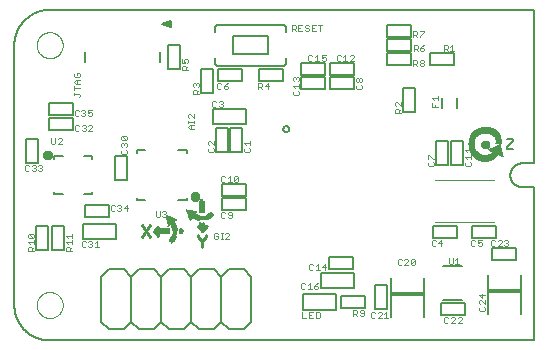
<source format=gto>
G75*
%MOIN*%
%OFA0B0*%
%FSLAX25Y25*%
%IPPOS*%
%LPD*%
%AMOC8*
5,1,8,0,0,1.08239X$1,22.5*
%
%ADD10C,0.01000*%
%ADD11C,0.00800*%
%ADD12C,0.00000*%
%ADD13C,0.00500*%
%ADD14C,0.01600*%
%ADD15C,0.00400*%
%ADD16R,0.00100X0.00048*%
%ADD17R,0.00190X0.00048*%
%ADD18R,0.00330X0.00047*%
%ADD19R,0.00430X0.00048*%
%ADD20R,0.00570X0.00047*%
%ADD21R,0.00570X0.00048*%
%ADD22R,0.00720X0.00048*%
%ADD23R,0.00810X0.00047*%
%ADD24R,0.00950X0.00048*%
%ADD25R,0.01000X0.00048*%
%ADD26R,0.01150X0.00047*%
%ADD27R,0.01280X0.00048*%
%ADD28R,0.01380X0.00047*%
%ADD29R,0.01470X0.00048*%
%ADD30R,0.01620X0.00048*%
%ADD31R,0.01720X0.00047*%
%ADD32R,0.01760X0.00048*%
%ADD33R,0.01850X0.00047*%
%ADD34R,0.01900X0.00048*%
%ADD35R,0.01850X0.00048*%
%ADD36R,0.01860X0.00047*%
%ADD37R,0.01860X0.00048*%
%ADD38R,0.01810X0.00048*%
%ADD39R,0.01810X0.00047*%
%ADD40R,0.01850X0.00048*%
%ADD41R,0.01760X0.00048*%
%ADD42R,0.01770X0.00048*%
%ADD43R,0.01720X0.00047*%
%ADD44R,0.01760X0.00048*%
%ADD45R,0.01710X0.00047*%
%ADD46R,0.01710X0.00048*%
%ADD47R,0.01720X0.00047*%
%ADD48R,0.01720X0.00048*%
%ADD49R,0.01720X0.00048*%
%ADD50R,0.01670X0.00048*%
%ADD51R,0.01710X0.00047*%
%ADD52R,0.01660X0.00048*%
%ADD53R,0.01670X0.00048*%
%ADD54R,0.01670X0.00047*%
%ADD55R,0.01670X0.00048*%
%ADD56R,0.01620X0.00047*%
%ADD57R,0.01620X0.00048*%
%ADD58R,0.01610X0.00047*%
%ADD59R,0.01610X0.00048*%
%ADD60R,0.01570X0.00047*%
%ADD61R,0.01570X0.00048*%
%ADD62R,0.01570X0.00048*%
%ADD63R,0.01570X0.00047*%
%ADD64R,0.03950X0.00048*%
%ADD65R,0.00620X0.00048*%
%ADD66R,0.04040X0.00047*%
%ADD67R,0.00860X0.00047*%
%ADD68R,0.04140X0.00048*%
%ADD69R,0.04190X0.00048*%
%ADD70R,0.04230X0.00047*%
%ADD71R,0.01050X0.00047*%
%ADD72R,0.04280X0.00048*%
%ADD73R,0.01140X0.00048*%
%ADD74R,0.04330X0.00048*%
%ADD75R,0.01140X0.00048*%
%ADD76R,0.04380X0.00047*%
%ADD77R,0.01190X0.00047*%
%ADD78R,0.04380X0.00048*%
%ADD79R,0.01190X0.00048*%
%ADD80R,0.04380X0.00047*%
%ADD81R,0.01620X0.00047*%
%ADD82R,0.01240X0.00047*%
%ADD83R,0.04430X0.00048*%
%ADD84R,0.01240X0.00048*%
%ADD85R,0.01660X0.00048*%
%ADD86R,0.01280X0.00048*%
%ADD87R,0.04430X0.00047*%
%ADD88R,0.01280X0.00047*%
%ADD89R,0.04470X0.00048*%
%ADD90R,0.04470X0.00047*%
%ADD91R,0.01610X0.00047*%
%ADD92R,0.01280X0.00047*%
%ADD93R,0.04470X0.00048*%
%ADD94R,0.01330X0.00048*%
%ADD95R,0.01660X0.00047*%
%ADD96R,0.01330X0.00048*%
%ADD97R,0.01280X0.00048*%
%ADD98R,0.01710X0.00048*%
%ADD99R,0.04430X0.00048*%
%ADD100R,0.01710X0.00048*%
%ADD101R,0.01240X0.00048*%
%ADD102R,0.04430X0.00047*%
%ADD103R,0.01710X0.00047*%
%ADD104R,0.01140X0.00047*%
%ADD105R,0.04330X0.00048*%
%ADD106R,0.01090X0.00048*%
%ADD107R,0.01050X0.00048*%
%ADD108R,0.04280X0.00047*%
%ADD109R,0.01000X0.00047*%
%ADD110R,0.04190X0.00048*%
%ADD111R,0.01720X0.00048*%
%ADD112R,0.00770X0.00048*%
%ADD113R,0.04090X0.00047*%
%ADD114R,0.01720X0.00047*%
%ADD115R,0.00290X0.00047*%
%ADD116R,0.00290X0.00048*%
%ADD117R,0.00150X0.00048*%
%ADD118R,0.00050X0.00048*%
%ADD119R,0.00040X0.00048*%
%ADD120R,0.00230X0.00048*%
%ADD121R,0.00720X0.00048*%
%ADD122R,0.00190X0.00048*%
%ADD123R,0.00200X0.00048*%
%ADD124R,0.00290X0.00048*%
%ADD125R,0.00570X0.00048*%
%ADD126R,0.00090X0.00048*%
%ADD127R,0.01720X0.00048*%
%ADD128R,0.01760X0.00047*%
%ADD129R,0.00050X0.00048*%
%ADD130R,0.00090X0.00047*%
%ADD131R,0.01770X0.00047*%
%ADD132R,0.00140X0.00048*%
%ADD133R,0.01770X0.00048*%
%ADD134R,0.00290X0.00047*%
%ADD135R,0.01810X0.00047*%
%ADD136R,0.00380X0.00048*%
%ADD137R,0.00430X0.00047*%
%ADD138R,0.00480X0.00048*%
%ADD139R,0.01810X0.00048*%
%ADD140R,0.00620X0.00047*%
%ADD141R,0.00810X0.00048*%
%ADD142R,0.00860X0.00047*%
%ADD143R,0.02770X0.00048*%
%ADD144R,0.02770X0.00047*%
%ADD145R,0.02770X0.00048*%
%ADD146R,0.02720X0.00048*%
%ADD147R,0.02760X0.00047*%
%ADD148R,0.02710X0.00048*%
%ADD149R,0.02710X0.00048*%
%ADD150R,0.02660X0.00047*%
%ADD151R,0.02660X0.00048*%
%ADD152R,0.02620X0.00047*%
%ADD153R,0.02670X0.00048*%
%ADD154R,0.02620X0.00048*%
%ADD155R,0.02570X0.00047*%
%ADD156R,0.02570X0.00048*%
%ADD157R,0.02520X0.00048*%
%ADD158R,0.02530X0.00048*%
%ADD159R,0.02530X0.00048*%
%ADD160R,0.02480X0.00047*%
%ADD161R,0.02430X0.00048*%
%ADD162R,0.02570X0.00048*%
%ADD163R,0.02810X0.00048*%
%ADD164R,0.02860X0.00048*%
%ADD165R,0.02960X0.00047*%
%ADD166R,0.03000X0.00048*%
%ADD167R,0.03050X0.00047*%
%ADD168R,0.03190X0.00048*%
%ADD169R,0.03230X0.00048*%
%ADD170R,0.03280X0.00047*%
%ADD171R,0.03380X0.00048*%
%ADD172R,0.03470X0.00047*%
%ADD173R,0.03520X0.00048*%
%ADD174R,0.03240X0.00047*%
%ADD175R,0.03140X0.00048*%
%ADD176R,0.02900X0.00047*%
%ADD177R,0.02760X0.00048*%
%ADD178R,0.02620X0.00047*%
%ADD179R,0.02570X0.00048*%
%ADD180R,0.02430X0.00048*%
%ADD181R,0.02290X0.00047*%
%ADD182R,0.02140X0.00048*%
%ADD183R,0.02050X0.00048*%
%ADD184R,0.01910X0.00047*%
%ADD185R,0.01860X0.00048*%
%ADD186R,0.01480X0.00048*%
%ADD187R,0.01340X0.00047*%
%ADD188R,0.01240X0.00048*%
%ADD189R,0.01140X0.00047*%
%ADD190R,0.00850X0.00048*%
%ADD191R,0.00850X0.00047*%
%ADD192R,0.00710X0.00048*%
%ADD193R,0.00570X0.00048*%
%ADD194R,0.00470X0.00047*%
%ADD195R,0.00330X0.00048*%
%ADD196R,0.00240X0.00047*%
%ADD197R,0.00048X0.00040*%
%ADD198R,0.00047X0.00140*%
%ADD199R,0.00048X0.00280*%
%ADD200R,0.00048X0.00420*%
%ADD201R,0.00047X0.00520*%
%ADD202R,0.00048X0.00620*%
%ADD203R,0.00047X0.00720*%
%ADD204R,0.00048X0.00860*%
%ADD205R,0.00048X0.00960*%
%ADD206R,0.00047X0.01100*%
%ADD207R,0.00048X0.01190*%
%ADD208R,0.00047X0.01380*%
%ADD209R,0.00048X0.01430*%
%ADD210R,0.00048X0.01570*%
%ADD211R,0.00047X0.01670*%
%ADD212R,0.00048X0.01810*%
%ADD213R,0.00048X0.01950*%
%ADD214R,0.00047X0.02050*%
%ADD215R,0.00048X0.02140*%
%ADD216R,0.00047X0.02240*%
%ADD217R,0.00048X0.02380*%
%ADD218R,0.00048X0.02470*%
%ADD219R,0.00047X0.02620*%
%ADD220R,0.00048X0.02710*%
%ADD221R,0.00048X0.02810*%
%ADD222R,0.00047X0.02950*%
%ADD223R,0.00048X0.03040*%
%ADD224R,0.00047X0.03190*%
%ADD225R,0.00048X0.03330*%
%ADD226R,0.00048X0.03420*%
%ADD227R,0.00047X0.03380*%
%ADD228R,0.00048X0.03340*%
%ADD229R,0.00047X0.03290*%
%ADD230R,0.00048X0.03190*%
%ADD231R,0.00048X0.03150*%
%ADD232R,0.00047X0.03100*%
%ADD233R,0.00048X0.03000*%
%ADD234R,0.00048X0.02910*%
%ADD235R,0.00047X0.02860*%
%ADD236R,0.00048X0.02760*%
%ADD237R,0.00047X0.02720*%
%ADD238R,0.00048X0.02620*%
%ADD239R,0.00048X0.02570*%
%ADD240R,0.00047X0.02470*%
%ADD241R,0.00048X0.02430*%
%ADD242R,0.00048X0.02430*%
%ADD243R,0.00048X0.02520*%
%ADD244R,0.00047X0.02520*%
%ADD245R,0.00047X0.02570*%
%ADD246R,0.00048X0.02570*%
%ADD247R,0.00048X0.02620*%
%ADD248R,0.00048X0.02660*%
%ADD249R,0.00047X0.02620*%
%ADD250R,0.00048X0.02670*%
%ADD251R,0.00048X0.02670*%
%ADD252R,0.00047X0.02670*%
%ADD253R,0.00048X0.02720*%
%ADD254R,0.00048X0.02720*%
%ADD255R,0.00047X0.02760*%
%ADD256R,0.00048X0.00910*%
%ADD257R,0.00048X0.01810*%
%ADD258R,0.00048X0.00810*%
%ADD259R,0.00048X0.01810*%
%ADD260R,0.00047X0.00760*%
%ADD261R,0.00047X0.01760*%
%ADD262R,0.00048X0.00620*%
%ADD263R,0.00048X0.01760*%
%ADD264R,0.00047X0.00570*%
%ADD265R,0.00047X0.01760*%
%ADD266R,0.00048X0.00520*%
%ADD267R,0.00048X0.00430*%
%ADD268R,0.00047X0.00380*%
%ADD269R,0.00048X0.01770*%
%ADD270R,0.00047X0.00190*%
%ADD271R,0.00047X0.01770*%
%ADD272R,0.00048X0.00140*%
%ADD273R,0.00048X0.01720*%
%ADD274R,0.00048X0.00090*%
%ADD275R,0.00048X0.01760*%
%ADD276R,0.00047X0.01760*%
%ADD277R,0.00048X0.01710*%
%ADD278R,0.00048X0.01710*%
%ADD279R,0.00047X0.01710*%
%ADD280R,0.00048X0.01720*%
%ADD281R,0.00047X0.01720*%
%ADD282R,0.00048X0.01720*%
%ADD283R,0.00048X0.01670*%
%ADD284R,0.00048X0.01670*%
%ADD285R,0.00047X0.01720*%
%ADD286R,0.00048X0.03950*%
%ADD287R,0.00048X0.04050*%
%ADD288R,0.00048X0.00470*%
%ADD289R,0.00047X0.04090*%
%ADD290R,0.00047X0.01670*%
%ADD291R,0.00047X0.00670*%
%ADD292R,0.00048X0.04190*%
%ADD293R,0.00048X0.00900*%
%ADD294R,0.00047X0.04240*%
%ADD295R,0.00047X0.01000*%
%ADD296R,0.00048X0.04290*%
%ADD297R,0.00048X0.01620*%
%ADD298R,0.00048X0.01050*%
%ADD299R,0.00048X0.04290*%
%ADD300R,0.00048X0.01620*%
%ADD301R,0.00048X0.01090*%
%ADD302R,0.00047X0.04330*%
%ADD303R,0.00047X0.01660*%
%ADD304R,0.00047X0.01140*%
%ADD305R,0.00048X0.04330*%
%ADD306R,0.00048X0.01660*%
%ADD307R,0.00048X0.01190*%
%ADD308R,0.00048X0.04380*%
%ADD309R,0.00048X0.01660*%
%ADD310R,0.00048X0.01190*%
%ADD311R,0.00047X0.04380*%
%ADD312R,0.00047X0.01240*%
%ADD313R,0.00048X0.04380*%
%ADD314R,0.00048X0.01610*%
%ADD315R,0.00048X0.01240*%
%ADD316R,0.00047X0.04430*%
%ADD317R,0.00047X0.01610*%
%ADD318R,0.00048X0.04430*%
%ADD319R,0.00048X0.01610*%
%ADD320R,0.00048X0.01240*%
%ADD321R,0.00048X0.04430*%
%ADD322R,0.00048X0.01280*%
%ADD323R,0.00047X0.01280*%
%ADD324R,0.00048X0.01280*%
%ADD325R,0.00047X0.04430*%
%ADD326R,0.00047X0.01610*%
%ADD327R,0.00047X0.01280*%
%ADD328R,0.00047X0.04380*%
%ADD329R,0.00047X0.01530*%
%ADD330R,0.00047X0.01240*%
%ADD331R,0.00047X0.01530*%
%ADD332R,0.00048X0.01530*%
%ADD333R,0.00048X0.04330*%
%ADD334R,0.00047X0.04290*%
%ADD335R,0.00048X0.01570*%
%ADD336R,0.00048X0.01140*%
%ADD337R,0.00048X0.04240*%
%ADD338R,0.00047X0.04190*%
%ADD339R,0.00047X0.01570*%
%ADD340R,0.00047X0.01050*%
%ADD341R,0.00048X0.04140*%
%ADD342R,0.00048X0.01000*%
%ADD343R,0.00047X0.04090*%
%ADD344R,0.00047X0.00900*%
%ADD345R,0.00048X0.03900*%
%ADD346R,0.00048X0.01520*%
%ADD347R,0.00048X0.00710*%
%ADD348R,0.00047X0.01520*%
%ADD349R,0.00047X0.00040*%
%ADD350R,0.00047X0.01570*%
%ADD351R,0.00047X0.01580*%
%ADD352R,0.00048X0.01580*%
%ADD353R,0.00048X0.01620*%
%ADD354R,0.00047X0.01570*%
%ADD355R,0.00048X0.01620*%
%ADD356R,0.00047X0.01620*%
%ADD357R,0.00048X0.01670*%
%ADD358R,0.00047X0.01660*%
%ADD359R,0.00048X0.01660*%
%ADD360R,0.00047X0.01670*%
%ADD361R,0.00047X0.01720*%
%ADD362R,0.00048X0.01720*%
%ADD363R,0.00048X0.01770*%
%ADD364R,0.00048X0.01810*%
%ADD365R,0.00048X0.01760*%
%ADD366R,0.00047X0.01810*%
%ADD367R,0.00047X0.01800*%
%ADD368R,0.00048X0.01860*%
%ADD369R,0.00047X0.01860*%
%ADD370R,0.00048X0.01860*%
%ADD371R,0.00047X0.01900*%
%ADD372R,0.00048X0.01520*%
%ADD373R,0.00048X0.01150*%
%ADD374R,0.00048X0.00950*%
%ADD375R,0.00048X0.00860*%
%ADD376R,0.00047X0.00710*%
%ADD377R,0.00048X0.00620*%
%ADD378R,0.00047X0.00480*%
%ADD379R,0.00048X0.00380*%
%ADD380R,0.00048X0.00280*%
%ADD381R,0.00047X0.00150*%
%ADD382R,0.00048X0.00050*%
%ADD383R,0.00050X0.00047*%
%ADD384R,0.01380X0.00047*%
%ADD385R,0.00040X0.00048*%
%ADD386R,0.02000X0.00048*%
%ADD387R,0.03000X0.00047*%
%ADD388R,0.03330X0.00048*%
%ADD389R,0.03620X0.00048*%
%ADD390R,0.03910X0.00047*%
%ADD391R,0.04670X0.00048*%
%ADD392R,0.04910X0.00048*%
%ADD393R,0.05050X0.00047*%
%ADD394R,0.05290X0.00048*%
%ADD395R,0.05430X0.00047*%
%ADD396R,0.05620X0.00048*%
%ADD397R,0.05810X0.00048*%
%ADD398R,0.06000X0.00047*%
%ADD399R,0.06090X0.00048*%
%ADD400R,0.06290X0.00048*%
%ADD401R,0.06380X0.00047*%
%ADD402R,0.06570X0.00048*%
%ADD403R,0.06670X0.00047*%
%ADD404R,0.06810X0.00048*%
%ADD405R,0.06860X0.00048*%
%ADD406R,0.07050X0.00047*%
%ADD407R,0.07140X0.00048*%
%ADD408R,0.07240X0.00048*%
%ADD409R,0.07330X0.00047*%
%ADD410R,0.07430X0.00048*%
%ADD411R,0.07570X0.00047*%
%ADD412R,0.07660X0.00048*%
%ADD413R,0.00100X0.00048*%
%ADD414R,0.07760X0.00048*%
%ADD415R,0.00240X0.00048*%
%ADD416R,0.07860X0.00047*%
%ADD417R,0.07960X0.00048*%
%ADD418R,0.08040X0.00047*%
%ADD419R,0.00480X0.00047*%
%ADD420R,0.08140X0.00048*%
%ADD421R,0.08190X0.00048*%
%ADD422R,0.00620X0.00048*%
%ADD423R,0.08240X0.00047*%
%ADD424R,0.00760X0.00047*%
%ADD425R,0.08340X0.00048*%
%ADD426R,0.00860X0.00048*%
%ADD427R,0.08430X0.00048*%
%ADD428R,0.08470X0.00047*%
%ADD429R,0.01000X0.00047*%
%ADD430R,0.04240X0.00048*%
%ADD431R,0.00040X0.00048*%
%ADD432R,0.03810X0.00048*%
%ADD433R,0.01090X0.00048*%
%ADD434R,0.03810X0.00047*%
%ADD435R,0.03620X0.00047*%
%ADD436R,0.03570X0.00048*%
%ADD437R,0.03380X0.00048*%
%ADD438R,0.03390X0.00048*%
%ADD439R,0.03290X0.00048*%
%ADD440R,0.03280X0.00047*%
%ADD441R,0.04570X0.00047*%
%ADD442R,0.03140X0.00048*%
%ADD443R,0.03090X0.00048*%
%ADD444R,0.04280X0.00048*%
%ADD445R,0.04150X0.00047*%
%ADD446R,0.02910X0.00048*%
%ADD447R,0.04000X0.00048*%
%ADD448R,0.02860X0.00047*%
%ADD449R,0.03960X0.00047*%
%ADD450R,0.02810X0.00048*%
%ADD451R,0.03810X0.00048*%
%ADD452R,0.02710X0.00048*%
%ADD453R,0.03710X0.00048*%
%ADD454R,0.02710X0.00047*%
%ADD455R,0.03670X0.00047*%
%ADD456R,0.02670X0.00048*%
%ADD457R,0.03570X0.00048*%
%ADD458R,0.03480X0.00047*%
%ADD459R,0.02570X0.00048*%
%ADD460R,0.03430X0.00048*%
%ADD461R,0.02530X0.00048*%
%ADD462R,0.02520X0.00047*%
%ADD463R,0.03280X0.00047*%
%ADD464R,0.02470X0.00048*%
%ADD465R,0.03190X0.00048*%
%ADD466R,0.02470X0.00048*%
%ADD467R,0.03190X0.00048*%
%ADD468R,0.02480X0.00047*%
%ADD469R,0.03090X0.00047*%
%ADD470R,0.03040X0.00048*%
%ADD471R,0.02380X0.00047*%
%ADD472R,0.02380X0.00048*%
%ADD473R,0.02340X0.00048*%
%ADD474R,0.03190X0.00048*%
%ADD475R,0.02330X0.00047*%
%ADD476R,0.03290X0.00047*%
%ADD477R,0.02280X0.00048*%
%ADD478R,0.02330X0.00048*%
%ADD479R,0.03480X0.00048*%
%ADD480R,0.02280X0.00047*%
%ADD481R,0.03520X0.00047*%
%ADD482R,0.02290X0.00048*%
%ADD483R,0.03620X0.00048*%
%ADD484R,0.02240X0.00047*%
%ADD485R,0.03720X0.00047*%
%ADD486R,0.02240X0.00048*%
%ADD487R,0.03860X0.00048*%
%ADD488R,0.03900X0.00048*%
%ADD489R,0.02190X0.00047*%
%ADD490R,0.04000X0.00047*%
%ADD491R,0.04050X0.00048*%
%ADD492R,0.02200X0.00047*%
%ADD493R,0.04190X0.00047*%
%ADD494R,0.02200X0.00048*%
%ADD495R,0.04230X0.00048*%
%ADD496R,0.02190X0.00048*%
%ADD497R,0.04330X0.00048*%
%ADD498R,0.02140X0.00047*%
%ADD499R,0.04380X0.00047*%
%ADD500R,0.02140X0.00048*%
%ADD501R,0.04470X0.00048*%
%ADD502R,0.04340X0.00048*%
%ADD503R,0.04190X0.00047*%
%ADD504R,0.04100X0.00048*%
%ADD505R,0.04000X0.00047*%
%ADD506R,0.02140X0.00048*%
%ADD507R,0.03860X0.00048*%
%ADD508R,0.02100X0.00048*%
%ADD509R,0.03760X0.00048*%
%ADD510R,0.02100X0.00047*%
%ADD511R,0.02100X0.00048*%
%ADD512R,0.03530X0.00048*%
%ADD513R,0.03380X0.00048*%
%ADD514R,0.03240X0.00047*%
%ADD515R,0.02050X0.00048*%
%ADD516R,0.02090X0.00047*%
%ADD517R,0.02090X0.00048*%
%ADD518R,0.02950X0.00048*%
%ADD519R,0.02040X0.00048*%
%ADD520R,0.02040X0.00047*%
%ADD521R,0.02710X0.00047*%
%ADD522R,0.02050X0.00047*%
%ADD523R,0.02390X0.00048*%
%ADD524R,0.01670X0.00048*%
%ADD525R,0.02000X0.00047*%
%ADD526R,0.01620X0.00047*%
%ADD527R,0.01430X0.00048*%
%ADD528R,0.02000X0.00048*%
%ADD529R,0.00760X0.00048*%
%ADD530R,0.02000X0.00047*%
%ADD531R,0.00660X0.00047*%
%ADD532R,0.00480X0.00048*%
%ADD533R,0.00430X0.00048*%
%ADD534R,0.00240X0.00047*%
%ADD535R,0.01960X0.00048*%
%ADD536R,0.02040X0.00048*%
%ADD537R,0.01960X0.00048*%
%ADD538R,0.00040X0.00047*%
%ADD539R,0.00040X0.00047*%
%ADD540R,0.01960X0.00048*%
%ADD541R,0.02040X0.00047*%
%ADD542R,0.02050X0.00047*%
%ADD543R,0.02090X0.00047*%
%ADD544R,0.02040X0.00048*%
%ADD545R,0.02090X0.00048*%
%ADD546R,0.02090X0.00047*%
%ADD547R,0.02090X0.00048*%
%ADD548R,0.02090X0.00048*%
%ADD549R,0.02150X0.00048*%
%ADD550R,0.02100X0.00047*%
%ADD551R,0.02090X0.00047*%
%ADD552R,0.02140X0.00047*%
%ADD553R,0.02150X0.00047*%
%ADD554R,0.02190X0.00047*%
%ADD555R,0.02190X0.00048*%
%ADD556R,0.02240X0.00048*%
%ADD557R,0.02230X0.00048*%
%ADD558R,0.02290X0.00047*%
%ADD559R,0.02230X0.00047*%
%ADD560R,0.02290X0.00048*%
%ADD561R,0.02330X0.00048*%
%ADD562R,0.02380X0.00047*%
%ADD563R,0.02380X0.00048*%
%ADD564R,0.02430X0.00047*%
%ADD565R,0.02380X0.00047*%
%ADD566R,0.02430X0.00048*%
%ADD567R,0.02430X0.00048*%
%ADD568R,0.02480X0.00048*%
%ADD569R,0.02470X0.00047*%
%ADD570R,0.02480X0.00047*%
%ADD571R,0.02520X0.00048*%
%ADD572R,0.02480X0.00048*%
%ADD573R,0.02570X0.00047*%
%ADD574R,0.02530X0.00047*%
%ADD575R,0.02610X0.00048*%
%ADD576R,0.02520X0.00048*%
%ADD577R,0.02620X0.00048*%
%ADD578R,0.02720X0.00047*%
%ADD579R,0.02660X0.00048*%
%ADD580R,0.02860X0.00047*%
%ADD581R,0.02760X0.00047*%
%ADD582R,0.02900X0.00048*%
%ADD583R,0.02910X0.00048*%
%ADD584R,0.03040X0.00047*%
%ADD585R,0.02950X0.00047*%
%ADD586R,0.03150X0.00048*%
%ADD587R,0.03140X0.00048*%
%ADD588R,0.03380X0.00047*%
%ADD589R,0.03230X0.00047*%
%ADD590R,0.03520X0.00048*%
%ADD591R,0.03710X0.00048*%
%ADD592R,0.04050X0.00047*%
%ADD593R,0.00140X0.00047*%
%ADD594R,0.03950X0.00047*%
%ADD595R,0.08860X0.00048*%
%ADD596R,0.08760X0.00047*%
%ADD597R,0.08710X0.00048*%
%ADD598R,0.08620X0.00048*%
%ADD599R,0.08530X0.00047*%
%ADD600R,0.08380X0.00047*%
%ADD601R,0.08290X0.00048*%
%ADD602R,0.08090X0.00047*%
%ADD603R,0.08000X0.00048*%
%ADD604R,0.07910X0.00048*%
%ADD605R,0.07860X0.00047*%
%ADD606R,0.07670X0.00048*%
%ADD607R,0.07620X0.00047*%
%ADD608R,0.07470X0.00048*%
%ADD609R,0.07380X0.00048*%
%ADD610R,0.07240X0.00047*%
%ADD611R,0.07000X0.00048*%
%ADD612R,0.06910X0.00047*%
%ADD613R,0.06620X0.00047*%
%ADD614R,0.06480X0.00048*%
%ADD615R,0.06330X0.00048*%
%ADD616R,0.06190X0.00047*%
%ADD617R,0.06000X0.00048*%
%ADD618R,0.05860X0.00047*%
%ADD619R,0.05470X0.00048*%
%ADD620R,0.05240X0.00047*%
%ADD621R,0.05040X0.00048*%
%ADD622R,0.04860X0.00048*%
%ADD623R,0.04530X0.00047*%
%ADD624R,0.03720X0.00048*%
%ADD625R,0.03340X0.00048*%
%ADD626C,0.00394*%
%ADD627C,0.00600*%
%ADD628R,0.11000X0.01481*%
D10*
X0044266Y0035815D02*
X0046935Y0039818D01*
X0044266Y0039818D02*
X0046935Y0035815D01*
X0048677Y0037403D02*
X0049766Y0037403D01*
X0049766Y0036405D02*
X0049676Y0036405D01*
X0049766Y0036315D02*
X0048266Y0037815D01*
X0049766Y0039315D01*
X0049766Y0036315D01*
X0049766Y0038402D02*
X0048853Y0038402D01*
X0062877Y0039463D02*
X0065877Y0039463D01*
X0064377Y0037963D01*
X0062877Y0039463D01*
X0062939Y0039400D02*
X0065814Y0039400D01*
X0064816Y0038402D02*
X0063938Y0038402D01*
X0063077Y0036566D02*
X0063077Y0035899D01*
X0064411Y0034565D01*
X0064411Y0032563D01*
X0064411Y0034565D02*
X0065746Y0035899D01*
X0065746Y0036566D01*
D11*
X0013602Y0001400D02*
X0175019Y0001400D01*
X0175019Y0052581D01*
X0171082Y0052581D01*
X0170958Y0052583D01*
X0170835Y0052589D01*
X0170711Y0052598D01*
X0170589Y0052612D01*
X0170466Y0052629D01*
X0170344Y0052651D01*
X0170223Y0052676D01*
X0170103Y0052705D01*
X0169984Y0052737D01*
X0169865Y0052774D01*
X0169748Y0052814D01*
X0169633Y0052857D01*
X0169518Y0052905D01*
X0169406Y0052956D01*
X0169295Y0053010D01*
X0169185Y0053068D01*
X0169078Y0053129D01*
X0168972Y0053194D01*
X0168869Y0053262D01*
X0168768Y0053333D01*
X0168669Y0053407D01*
X0168572Y0053484D01*
X0168478Y0053565D01*
X0168387Y0053648D01*
X0168298Y0053734D01*
X0168212Y0053823D01*
X0168129Y0053914D01*
X0168048Y0054008D01*
X0167971Y0054105D01*
X0167897Y0054204D01*
X0167826Y0054305D01*
X0167758Y0054408D01*
X0167693Y0054514D01*
X0167632Y0054621D01*
X0167574Y0054731D01*
X0167520Y0054842D01*
X0167469Y0054954D01*
X0167421Y0055069D01*
X0167378Y0055184D01*
X0167338Y0055301D01*
X0167301Y0055420D01*
X0167269Y0055539D01*
X0167240Y0055659D01*
X0167215Y0055780D01*
X0167193Y0055902D01*
X0167176Y0056025D01*
X0167162Y0056147D01*
X0167153Y0056271D01*
X0167147Y0056394D01*
X0167145Y0056518D01*
X0167147Y0056642D01*
X0167153Y0056765D01*
X0167162Y0056889D01*
X0167176Y0057011D01*
X0167193Y0057134D01*
X0167215Y0057256D01*
X0167240Y0057377D01*
X0167269Y0057497D01*
X0167301Y0057616D01*
X0167338Y0057735D01*
X0167378Y0057852D01*
X0167421Y0057967D01*
X0167469Y0058082D01*
X0167520Y0058194D01*
X0167574Y0058305D01*
X0167632Y0058415D01*
X0167693Y0058522D01*
X0167758Y0058628D01*
X0167826Y0058731D01*
X0167897Y0058832D01*
X0167971Y0058931D01*
X0168048Y0059028D01*
X0168129Y0059122D01*
X0168212Y0059213D01*
X0168298Y0059302D01*
X0168387Y0059388D01*
X0168478Y0059471D01*
X0168572Y0059552D01*
X0168669Y0059629D01*
X0168768Y0059703D01*
X0168869Y0059774D01*
X0168972Y0059842D01*
X0169078Y0059907D01*
X0169185Y0059968D01*
X0169295Y0060026D01*
X0169406Y0060080D01*
X0169518Y0060131D01*
X0169633Y0060179D01*
X0169748Y0060222D01*
X0169865Y0060262D01*
X0169984Y0060299D01*
X0170103Y0060331D01*
X0170223Y0060360D01*
X0170344Y0060385D01*
X0170466Y0060407D01*
X0170589Y0060424D01*
X0170711Y0060438D01*
X0170835Y0060447D01*
X0170958Y0060453D01*
X0171082Y0060455D01*
X0175019Y0060455D01*
X0175019Y0111636D01*
X0013602Y0111636D01*
X0013317Y0111633D01*
X0013031Y0111622D01*
X0012746Y0111605D01*
X0012462Y0111581D01*
X0012178Y0111550D01*
X0011895Y0111512D01*
X0011614Y0111467D01*
X0011333Y0111416D01*
X0011053Y0111358D01*
X0010775Y0111293D01*
X0010499Y0111221D01*
X0010225Y0111143D01*
X0009952Y0111058D01*
X0009682Y0110966D01*
X0009414Y0110868D01*
X0009148Y0110764D01*
X0008885Y0110653D01*
X0008625Y0110536D01*
X0008367Y0110413D01*
X0008113Y0110283D01*
X0007862Y0110147D01*
X0007614Y0110006D01*
X0007370Y0109858D01*
X0007129Y0109705D01*
X0006893Y0109545D01*
X0006660Y0109380D01*
X0006431Y0109210D01*
X0006206Y0109034D01*
X0005986Y0108852D01*
X0005770Y0108666D01*
X0005559Y0108474D01*
X0005352Y0108277D01*
X0005150Y0108075D01*
X0004953Y0107868D01*
X0004761Y0107657D01*
X0004575Y0107441D01*
X0004393Y0107221D01*
X0004217Y0106996D01*
X0004047Y0106767D01*
X0003882Y0106534D01*
X0003722Y0106298D01*
X0003569Y0106057D01*
X0003421Y0105813D01*
X0003280Y0105565D01*
X0003144Y0105314D01*
X0003014Y0105060D01*
X0002891Y0104802D01*
X0002774Y0104542D01*
X0002663Y0104279D01*
X0002559Y0104013D01*
X0002461Y0103745D01*
X0002369Y0103475D01*
X0002284Y0103202D01*
X0002206Y0102928D01*
X0002134Y0102652D01*
X0002069Y0102374D01*
X0002011Y0102094D01*
X0001960Y0101813D01*
X0001915Y0101532D01*
X0001877Y0101249D01*
X0001846Y0100965D01*
X0001822Y0100681D01*
X0001805Y0100396D01*
X0001794Y0100110D01*
X0001791Y0099825D01*
X0001791Y0013211D01*
X0001794Y0012926D01*
X0001805Y0012640D01*
X0001822Y0012355D01*
X0001846Y0012071D01*
X0001877Y0011787D01*
X0001915Y0011504D01*
X0001960Y0011223D01*
X0002011Y0010942D01*
X0002069Y0010662D01*
X0002134Y0010384D01*
X0002206Y0010108D01*
X0002284Y0009834D01*
X0002369Y0009561D01*
X0002461Y0009291D01*
X0002559Y0009023D01*
X0002663Y0008757D01*
X0002774Y0008494D01*
X0002891Y0008234D01*
X0003014Y0007976D01*
X0003144Y0007722D01*
X0003280Y0007471D01*
X0003421Y0007223D01*
X0003569Y0006979D01*
X0003722Y0006738D01*
X0003882Y0006502D01*
X0004047Y0006269D01*
X0004217Y0006040D01*
X0004393Y0005815D01*
X0004575Y0005595D01*
X0004761Y0005379D01*
X0004953Y0005168D01*
X0005150Y0004961D01*
X0005352Y0004759D01*
X0005559Y0004562D01*
X0005770Y0004370D01*
X0005986Y0004184D01*
X0006206Y0004002D01*
X0006431Y0003826D01*
X0006660Y0003656D01*
X0006893Y0003491D01*
X0007129Y0003331D01*
X0007370Y0003178D01*
X0007614Y0003030D01*
X0007862Y0002889D01*
X0008113Y0002753D01*
X0008367Y0002623D01*
X0008625Y0002500D01*
X0008885Y0002383D01*
X0009148Y0002272D01*
X0009414Y0002168D01*
X0009682Y0002070D01*
X0009952Y0001978D01*
X0010225Y0001893D01*
X0010499Y0001815D01*
X0010775Y0001743D01*
X0011053Y0001678D01*
X0011333Y0001620D01*
X0011614Y0001569D01*
X0011895Y0001524D01*
X0012178Y0001486D01*
X0012462Y0001455D01*
X0012746Y0001431D01*
X0013031Y0001414D01*
X0013317Y0001403D01*
X0013602Y0001400D01*
X0013050Y0031463D02*
X0009050Y0031463D01*
X0009050Y0039463D01*
X0013050Y0039463D01*
X0013050Y0031463D01*
X0014350Y0031463D02*
X0014350Y0039463D01*
X0018350Y0039463D01*
X0018350Y0031463D01*
X0014350Y0031463D01*
X0024550Y0035363D02*
X0024550Y0040363D01*
X0035550Y0040363D01*
X0035550Y0035363D01*
X0024550Y0035363D01*
X0025276Y0042463D02*
X0025276Y0046463D01*
X0033276Y0046463D01*
X0033276Y0042463D01*
X0025276Y0042463D01*
X0035276Y0054963D02*
X0039276Y0054963D01*
X0039276Y0062963D01*
X0035276Y0062963D01*
X0035276Y0054963D01*
X0009750Y0060663D02*
X0005750Y0060663D01*
X0005750Y0068663D01*
X0009750Y0068663D01*
X0009750Y0060663D01*
X0013350Y0071463D02*
X0013350Y0075463D01*
X0021350Y0075463D01*
X0021350Y0071463D01*
X0013350Y0071463D01*
X0013250Y0076563D02*
X0013250Y0080563D01*
X0021250Y0080563D01*
X0021250Y0076563D01*
X0013250Y0076563D01*
X0053019Y0091865D02*
X0053019Y0099865D01*
X0057019Y0099865D01*
X0057019Y0091865D01*
X0053019Y0091865D01*
X0064150Y0091863D02*
X0068150Y0091863D01*
X0068150Y0083863D01*
X0064150Y0083863D01*
X0064150Y0091863D01*
X0069750Y0091863D02*
X0077750Y0091863D01*
X0077750Y0087863D01*
X0069750Y0087863D01*
X0069750Y0091863D01*
X0074626Y0096872D02*
X0074626Y0102778D01*
X0086437Y0102778D01*
X0086437Y0096872D01*
X0074626Y0096872D01*
X0083250Y0091863D02*
X0083250Y0087863D01*
X0091250Y0087863D01*
X0091250Y0091863D01*
X0083250Y0091863D01*
X0097350Y0089863D02*
X0097350Y0093863D01*
X0105350Y0093863D01*
X0105350Y0089863D01*
X0097350Y0089863D01*
X0097350Y0089063D02*
X0097350Y0085063D01*
X0105350Y0085063D01*
X0105350Y0089063D01*
X0097350Y0089063D01*
X0106950Y0089063D02*
X0106950Y0085063D01*
X0114950Y0085063D01*
X0114950Y0089063D01*
X0106950Y0089063D01*
X0106950Y0089863D02*
X0106950Y0093863D01*
X0114950Y0093863D01*
X0114950Y0089863D01*
X0106950Y0089863D01*
X0126150Y0093063D02*
X0126150Y0097063D01*
X0134150Y0097063D01*
X0134150Y0093063D01*
X0126150Y0093063D01*
X0126150Y0097863D02*
X0126150Y0101863D01*
X0134150Y0101863D01*
X0134150Y0097863D01*
X0126150Y0097863D01*
X0126150Y0102663D02*
X0126150Y0106663D01*
X0134150Y0106663D01*
X0134150Y0102663D01*
X0126150Y0102663D01*
X0140350Y0097063D02*
X0140350Y0093063D01*
X0148350Y0093063D01*
X0148350Y0097063D01*
X0140350Y0097063D01*
X0135350Y0085463D02*
X0131350Y0085463D01*
X0131350Y0077463D01*
X0135350Y0077463D01*
X0135350Y0085463D01*
X0142459Y0067847D02*
X0146459Y0067847D01*
X0146459Y0059847D01*
X0142459Y0059847D01*
X0142459Y0067847D01*
X0147337Y0067836D02*
X0151337Y0067836D01*
X0151337Y0059836D01*
X0147337Y0059836D01*
X0147337Y0067836D01*
X0165960Y0068436D02*
X0168096Y0068436D01*
X0168096Y0067902D01*
X0165960Y0065767D01*
X0165960Y0065233D01*
X0168096Y0065233D01*
X0162250Y0039563D02*
X0154250Y0039563D01*
X0154250Y0035563D01*
X0162250Y0035563D01*
X0162250Y0039563D01*
X0160950Y0032063D02*
X0160950Y0028063D01*
X0168950Y0028063D01*
X0168950Y0032063D01*
X0160950Y0032063D01*
X0149250Y0035463D02*
X0149250Y0039463D01*
X0141250Y0039463D01*
X0141250Y0035463D01*
X0149250Y0035463D01*
X0159650Y0023163D02*
X0159650Y0010163D01*
X0151950Y0009763D02*
X0151950Y0013763D01*
X0143950Y0013763D01*
X0143950Y0009763D01*
X0151950Y0009763D01*
X0138250Y0009263D02*
X0138250Y0022263D01*
X0127250Y0022263D02*
X0127250Y0009263D01*
X0125950Y0011763D02*
X0121950Y0011763D01*
X0121950Y0019763D01*
X0125950Y0019763D01*
X0125950Y0011763D01*
X0118550Y0012263D02*
X0118550Y0016263D01*
X0110550Y0016263D01*
X0110550Y0012263D01*
X0118550Y0012263D01*
X0109062Y0011704D02*
X0109062Y0016822D01*
X0098038Y0016822D01*
X0098038Y0011704D01*
X0109062Y0011704D01*
X0103950Y0018863D02*
X0103950Y0023863D01*
X0114950Y0023863D01*
X0114950Y0018863D01*
X0103950Y0018863D01*
X0106550Y0025063D02*
X0106550Y0029063D01*
X0114550Y0029063D01*
X0114550Y0025063D01*
X0106550Y0025063D01*
X0078950Y0044811D02*
X0078950Y0048811D01*
X0070950Y0048811D01*
X0070950Y0044811D01*
X0078950Y0044811D01*
X0078950Y0049611D02*
X0070950Y0049611D01*
X0070950Y0053611D01*
X0078950Y0053611D01*
X0078950Y0049611D01*
X0077750Y0064363D02*
X0073750Y0064363D01*
X0073750Y0072363D01*
X0077750Y0072363D01*
X0077750Y0064363D01*
X0072950Y0064363D02*
X0068950Y0064363D01*
X0068950Y0072363D01*
X0072950Y0072363D01*
X0072950Y0064363D01*
X0067950Y0073663D02*
X0067950Y0078663D01*
X0078950Y0078663D01*
X0078950Y0073663D01*
X0067950Y0073663D01*
X0091476Y0071951D02*
X0091478Y0072013D01*
X0091484Y0072076D01*
X0091494Y0072137D01*
X0091508Y0072198D01*
X0091525Y0072258D01*
X0091546Y0072317D01*
X0091572Y0072374D01*
X0091600Y0072429D01*
X0091632Y0072483D01*
X0091668Y0072534D01*
X0091706Y0072584D01*
X0091748Y0072630D01*
X0091792Y0072674D01*
X0091840Y0072715D01*
X0091889Y0072753D01*
X0091941Y0072787D01*
X0091995Y0072818D01*
X0092051Y0072846D01*
X0092109Y0072870D01*
X0092168Y0072891D01*
X0092228Y0072907D01*
X0092289Y0072920D01*
X0092351Y0072929D01*
X0092413Y0072934D01*
X0092476Y0072935D01*
X0092538Y0072932D01*
X0092600Y0072925D01*
X0092662Y0072914D01*
X0092722Y0072899D01*
X0092782Y0072881D01*
X0092840Y0072859D01*
X0092897Y0072833D01*
X0092952Y0072803D01*
X0093005Y0072770D01*
X0093056Y0072734D01*
X0093104Y0072695D01*
X0093150Y0072652D01*
X0093193Y0072607D01*
X0093233Y0072559D01*
X0093270Y0072509D01*
X0093304Y0072456D01*
X0093335Y0072402D01*
X0093361Y0072346D01*
X0093385Y0072288D01*
X0093404Y0072228D01*
X0093420Y0072168D01*
X0093432Y0072106D01*
X0093440Y0072045D01*
X0093444Y0071982D01*
X0093444Y0071920D01*
X0093440Y0071857D01*
X0093432Y0071796D01*
X0093420Y0071734D01*
X0093404Y0071674D01*
X0093385Y0071614D01*
X0093361Y0071556D01*
X0093335Y0071500D01*
X0093304Y0071446D01*
X0093270Y0071393D01*
X0093233Y0071343D01*
X0093193Y0071295D01*
X0093150Y0071250D01*
X0093104Y0071207D01*
X0093056Y0071168D01*
X0093005Y0071132D01*
X0092952Y0071099D01*
X0092897Y0071069D01*
X0092840Y0071043D01*
X0092782Y0071021D01*
X0092722Y0071003D01*
X0092662Y0070988D01*
X0092600Y0070977D01*
X0092538Y0070970D01*
X0092476Y0070967D01*
X0092413Y0070968D01*
X0092351Y0070973D01*
X0092289Y0070982D01*
X0092228Y0070995D01*
X0092168Y0071011D01*
X0092109Y0071032D01*
X0092051Y0071056D01*
X0091995Y0071084D01*
X0091941Y0071115D01*
X0091889Y0071149D01*
X0091840Y0071187D01*
X0091792Y0071228D01*
X0091748Y0071272D01*
X0091706Y0071318D01*
X0091668Y0071368D01*
X0091632Y0071419D01*
X0091600Y0071473D01*
X0091572Y0071528D01*
X0091546Y0071585D01*
X0091525Y0071644D01*
X0091508Y0071704D01*
X0091494Y0071765D01*
X0091484Y0071826D01*
X0091478Y0071889D01*
X0091476Y0071951D01*
X0170650Y0023163D02*
X0170650Y0010163D01*
D12*
X0009271Y0013211D02*
X0009273Y0013342D01*
X0009279Y0013474D01*
X0009289Y0013605D01*
X0009303Y0013736D01*
X0009321Y0013866D01*
X0009343Y0013995D01*
X0009368Y0014124D01*
X0009398Y0014252D01*
X0009432Y0014379D01*
X0009469Y0014506D01*
X0009510Y0014630D01*
X0009555Y0014754D01*
X0009604Y0014876D01*
X0009656Y0014997D01*
X0009712Y0015115D01*
X0009772Y0015233D01*
X0009835Y0015348D01*
X0009902Y0015461D01*
X0009972Y0015573D01*
X0010045Y0015682D01*
X0010121Y0015788D01*
X0010201Y0015893D01*
X0010284Y0015995D01*
X0010370Y0016094D01*
X0010459Y0016191D01*
X0010551Y0016285D01*
X0010646Y0016376D01*
X0010743Y0016465D01*
X0010843Y0016550D01*
X0010946Y0016632D01*
X0011051Y0016711D01*
X0011158Y0016787D01*
X0011268Y0016859D01*
X0011380Y0016928D01*
X0011494Y0016994D01*
X0011609Y0017056D01*
X0011727Y0017115D01*
X0011846Y0017170D01*
X0011967Y0017222D01*
X0012090Y0017269D01*
X0012214Y0017313D01*
X0012339Y0017354D01*
X0012465Y0017390D01*
X0012593Y0017423D01*
X0012721Y0017451D01*
X0012850Y0017476D01*
X0012980Y0017497D01*
X0013110Y0017514D01*
X0013241Y0017527D01*
X0013372Y0017536D01*
X0013503Y0017541D01*
X0013635Y0017542D01*
X0013766Y0017539D01*
X0013898Y0017532D01*
X0014029Y0017521D01*
X0014159Y0017506D01*
X0014289Y0017487D01*
X0014419Y0017464D01*
X0014547Y0017438D01*
X0014675Y0017407D01*
X0014802Y0017372D01*
X0014928Y0017334D01*
X0015052Y0017292D01*
X0015176Y0017246D01*
X0015297Y0017196D01*
X0015417Y0017143D01*
X0015536Y0017086D01*
X0015653Y0017026D01*
X0015767Y0016962D01*
X0015880Y0016894D01*
X0015991Y0016823D01*
X0016100Y0016749D01*
X0016206Y0016672D01*
X0016310Y0016591D01*
X0016411Y0016508D01*
X0016510Y0016421D01*
X0016606Y0016331D01*
X0016699Y0016238D01*
X0016790Y0016143D01*
X0016877Y0016045D01*
X0016962Y0015944D01*
X0017043Y0015841D01*
X0017121Y0015735D01*
X0017196Y0015627D01*
X0017268Y0015517D01*
X0017336Y0015405D01*
X0017401Y0015291D01*
X0017462Y0015174D01*
X0017520Y0015056D01*
X0017574Y0014936D01*
X0017625Y0014815D01*
X0017672Y0014692D01*
X0017715Y0014568D01*
X0017754Y0014443D01*
X0017790Y0014316D01*
X0017821Y0014188D01*
X0017849Y0014060D01*
X0017873Y0013931D01*
X0017893Y0013801D01*
X0017909Y0013670D01*
X0017921Y0013539D01*
X0017929Y0013408D01*
X0017933Y0013277D01*
X0017933Y0013145D01*
X0017929Y0013014D01*
X0017921Y0012883D01*
X0017909Y0012752D01*
X0017893Y0012621D01*
X0017873Y0012491D01*
X0017849Y0012362D01*
X0017821Y0012234D01*
X0017790Y0012106D01*
X0017754Y0011979D01*
X0017715Y0011854D01*
X0017672Y0011730D01*
X0017625Y0011607D01*
X0017574Y0011486D01*
X0017520Y0011366D01*
X0017462Y0011248D01*
X0017401Y0011131D01*
X0017336Y0011017D01*
X0017268Y0010905D01*
X0017196Y0010795D01*
X0017121Y0010687D01*
X0017043Y0010581D01*
X0016962Y0010478D01*
X0016877Y0010377D01*
X0016790Y0010279D01*
X0016699Y0010184D01*
X0016606Y0010091D01*
X0016510Y0010001D01*
X0016411Y0009914D01*
X0016310Y0009831D01*
X0016206Y0009750D01*
X0016100Y0009673D01*
X0015991Y0009599D01*
X0015880Y0009528D01*
X0015768Y0009460D01*
X0015653Y0009396D01*
X0015536Y0009336D01*
X0015417Y0009279D01*
X0015297Y0009226D01*
X0015176Y0009176D01*
X0015052Y0009130D01*
X0014928Y0009088D01*
X0014802Y0009050D01*
X0014675Y0009015D01*
X0014547Y0008984D01*
X0014419Y0008958D01*
X0014289Y0008935D01*
X0014159Y0008916D01*
X0014029Y0008901D01*
X0013898Y0008890D01*
X0013766Y0008883D01*
X0013635Y0008880D01*
X0013503Y0008881D01*
X0013372Y0008886D01*
X0013241Y0008895D01*
X0013110Y0008908D01*
X0012980Y0008925D01*
X0012850Y0008946D01*
X0012721Y0008971D01*
X0012593Y0008999D01*
X0012465Y0009032D01*
X0012339Y0009068D01*
X0012214Y0009109D01*
X0012090Y0009153D01*
X0011967Y0009200D01*
X0011846Y0009252D01*
X0011727Y0009307D01*
X0011609Y0009366D01*
X0011494Y0009428D01*
X0011380Y0009494D01*
X0011268Y0009563D01*
X0011158Y0009635D01*
X0011051Y0009711D01*
X0010946Y0009790D01*
X0010843Y0009872D01*
X0010743Y0009957D01*
X0010646Y0010046D01*
X0010551Y0010137D01*
X0010459Y0010231D01*
X0010370Y0010328D01*
X0010284Y0010427D01*
X0010201Y0010529D01*
X0010121Y0010634D01*
X0010045Y0010740D01*
X0009972Y0010849D01*
X0009902Y0010961D01*
X0009835Y0011074D01*
X0009772Y0011189D01*
X0009712Y0011307D01*
X0009656Y0011425D01*
X0009604Y0011546D01*
X0009555Y0011668D01*
X0009510Y0011792D01*
X0009469Y0011916D01*
X0009432Y0012043D01*
X0009398Y0012170D01*
X0009368Y0012298D01*
X0009343Y0012427D01*
X0009321Y0012556D01*
X0009303Y0012686D01*
X0009289Y0012817D01*
X0009279Y0012948D01*
X0009273Y0013080D01*
X0009271Y0013211D01*
X0009271Y0099825D02*
X0009273Y0099956D01*
X0009279Y0100088D01*
X0009289Y0100219D01*
X0009303Y0100350D01*
X0009321Y0100480D01*
X0009343Y0100609D01*
X0009368Y0100738D01*
X0009398Y0100866D01*
X0009432Y0100993D01*
X0009469Y0101120D01*
X0009510Y0101244D01*
X0009555Y0101368D01*
X0009604Y0101490D01*
X0009656Y0101611D01*
X0009712Y0101729D01*
X0009772Y0101847D01*
X0009835Y0101962D01*
X0009902Y0102075D01*
X0009972Y0102187D01*
X0010045Y0102296D01*
X0010121Y0102402D01*
X0010201Y0102507D01*
X0010284Y0102609D01*
X0010370Y0102708D01*
X0010459Y0102805D01*
X0010551Y0102899D01*
X0010646Y0102990D01*
X0010743Y0103079D01*
X0010843Y0103164D01*
X0010946Y0103246D01*
X0011051Y0103325D01*
X0011158Y0103401D01*
X0011268Y0103473D01*
X0011380Y0103542D01*
X0011494Y0103608D01*
X0011609Y0103670D01*
X0011727Y0103729D01*
X0011846Y0103784D01*
X0011967Y0103836D01*
X0012090Y0103883D01*
X0012214Y0103927D01*
X0012339Y0103968D01*
X0012465Y0104004D01*
X0012593Y0104037D01*
X0012721Y0104065D01*
X0012850Y0104090D01*
X0012980Y0104111D01*
X0013110Y0104128D01*
X0013241Y0104141D01*
X0013372Y0104150D01*
X0013503Y0104155D01*
X0013635Y0104156D01*
X0013766Y0104153D01*
X0013898Y0104146D01*
X0014029Y0104135D01*
X0014159Y0104120D01*
X0014289Y0104101D01*
X0014419Y0104078D01*
X0014547Y0104052D01*
X0014675Y0104021D01*
X0014802Y0103986D01*
X0014928Y0103948D01*
X0015052Y0103906D01*
X0015176Y0103860D01*
X0015297Y0103810D01*
X0015417Y0103757D01*
X0015536Y0103700D01*
X0015653Y0103640D01*
X0015767Y0103576D01*
X0015880Y0103508D01*
X0015991Y0103437D01*
X0016100Y0103363D01*
X0016206Y0103286D01*
X0016310Y0103205D01*
X0016411Y0103122D01*
X0016510Y0103035D01*
X0016606Y0102945D01*
X0016699Y0102852D01*
X0016790Y0102757D01*
X0016877Y0102659D01*
X0016962Y0102558D01*
X0017043Y0102455D01*
X0017121Y0102349D01*
X0017196Y0102241D01*
X0017268Y0102131D01*
X0017336Y0102019D01*
X0017401Y0101905D01*
X0017462Y0101788D01*
X0017520Y0101670D01*
X0017574Y0101550D01*
X0017625Y0101429D01*
X0017672Y0101306D01*
X0017715Y0101182D01*
X0017754Y0101057D01*
X0017790Y0100930D01*
X0017821Y0100802D01*
X0017849Y0100674D01*
X0017873Y0100545D01*
X0017893Y0100415D01*
X0017909Y0100284D01*
X0017921Y0100153D01*
X0017929Y0100022D01*
X0017933Y0099891D01*
X0017933Y0099759D01*
X0017929Y0099628D01*
X0017921Y0099497D01*
X0017909Y0099366D01*
X0017893Y0099235D01*
X0017873Y0099105D01*
X0017849Y0098976D01*
X0017821Y0098848D01*
X0017790Y0098720D01*
X0017754Y0098593D01*
X0017715Y0098468D01*
X0017672Y0098344D01*
X0017625Y0098221D01*
X0017574Y0098100D01*
X0017520Y0097980D01*
X0017462Y0097862D01*
X0017401Y0097745D01*
X0017336Y0097631D01*
X0017268Y0097519D01*
X0017196Y0097409D01*
X0017121Y0097301D01*
X0017043Y0097195D01*
X0016962Y0097092D01*
X0016877Y0096991D01*
X0016790Y0096893D01*
X0016699Y0096798D01*
X0016606Y0096705D01*
X0016510Y0096615D01*
X0016411Y0096528D01*
X0016310Y0096445D01*
X0016206Y0096364D01*
X0016100Y0096287D01*
X0015991Y0096213D01*
X0015880Y0096142D01*
X0015768Y0096074D01*
X0015653Y0096010D01*
X0015536Y0095950D01*
X0015417Y0095893D01*
X0015297Y0095840D01*
X0015176Y0095790D01*
X0015052Y0095744D01*
X0014928Y0095702D01*
X0014802Y0095664D01*
X0014675Y0095629D01*
X0014547Y0095598D01*
X0014419Y0095572D01*
X0014289Y0095549D01*
X0014159Y0095530D01*
X0014029Y0095515D01*
X0013898Y0095504D01*
X0013766Y0095497D01*
X0013635Y0095494D01*
X0013503Y0095495D01*
X0013372Y0095500D01*
X0013241Y0095509D01*
X0013110Y0095522D01*
X0012980Y0095539D01*
X0012850Y0095560D01*
X0012721Y0095585D01*
X0012593Y0095613D01*
X0012465Y0095646D01*
X0012339Y0095682D01*
X0012214Y0095723D01*
X0012090Y0095767D01*
X0011967Y0095814D01*
X0011846Y0095866D01*
X0011727Y0095921D01*
X0011609Y0095980D01*
X0011494Y0096042D01*
X0011380Y0096108D01*
X0011268Y0096177D01*
X0011158Y0096249D01*
X0011051Y0096325D01*
X0010946Y0096404D01*
X0010843Y0096486D01*
X0010743Y0096571D01*
X0010646Y0096660D01*
X0010551Y0096751D01*
X0010459Y0096845D01*
X0010370Y0096942D01*
X0010284Y0097041D01*
X0010201Y0097143D01*
X0010121Y0097248D01*
X0010045Y0097354D01*
X0009972Y0097463D01*
X0009902Y0097575D01*
X0009835Y0097688D01*
X0009772Y0097803D01*
X0009712Y0097921D01*
X0009656Y0098039D01*
X0009604Y0098160D01*
X0009555Y0098282D01*
X0009510Y0098406D01*
X0009469Y0098530D01*
X0009432Y0098657D01*
X0009398Y0098784D01*
X0009368Y0098912D01*
X0009343Y0099041D01*
X0009321Y0099170D01*
X0009303Y0099300D01*
X0009289Y0099431D01*
X0009279Y0099562D01*
X0009273Y0099694D01*
X0009271Y0099825D01*
D13*
X0051024Y0106888D02*
X0054024Y0105888D01*
X0054024Y0107888D01*
X0051024Y0106888D01*
X0051766Y0107135D02*
X0054024Y0107135D01*
X0054024Y0106637D02*
X0051778Y0106637D01*
X0053273Y0106138D02*
X0054024Y0106138D01*
X0054024Y0107634D02*
X0053261Y0107634D01*
X0068720Y0105731D02*
X0068720Y0104156D01*
X0068720Y0105731D02*
X0068722Y0105793D01*
X0068728Y0105854D01*
X0068737Y0105915D01*
X0068751Y0105976D01*
X0068768Y0106035D01*
X0068789Y0106093D01*
X0068814Y0106150D01*
X0068842Y0106205D01*
X0068873Y0106258D01*
X0068908Y0106309D01*
X0068946Y0106358D01*
X0068987Y0106405D01*
X0069030Y0106448D01*
X0069077Y0106489D01*
X0069126Y0106527D01*
X0069177Y0106562D01*
X0069230Y0106593D01*
X0069285Y0106621D01*
X0069342Y0106646D01*
X0069400Y0106667D01*
X0069459Y0106684D01*
X0069520Y0106698D01*
X0069581Y0106707D01*
X0069642Y0106713D01*
X0069704Y0106715D01*
X0091358Y0106715D01*
X0091420Y0106713D01*
X0091481Y0106707D01*
X0091542Y0106698D01*
X0091603Y0106684D01*
X0091662Y0106667D01*
X0091720Y0106646D01*
X0091777Y0106621D01*
X0091832Y0106593D01*
X0091885Y0106562D01*
X0091936Y0106527D01*
X0091985Y0106489D01*
X0092032Y0106448D01*
X0092075Y0106405D01*
X0092116Y0106358D01*
X0092154Y0106309D01*
X0092189Y0106258D01*
X0092220Y0106205D01*
X0092248Y0106150D01*
X0092273Y0106093D01*
X0092294Y0106035D01*
X0092311Y0105976D01*
X0092325Y0105915D01*
X0092334Y0105854D01*
X0092340Y0105793D01*
X0092342Y0105731D01*
X0092342Y0104156D01*
X0092342Y0095494D02*
X0092342Y0093920D01*
X0092340Y0093858D01*
X0092334Y0093797D01*
X0092325Y0093736D01*
X0092311Y0093675D01*
X0092294Y0093616D01*
X0092273Y0093558D01*
X0092248Y0093501D01*
X0092220Y0093446D01*
X0092189Y0093393D01*
X0092154Y0093342D01*
X0092116Y0093293D01*
X0092075Y0093246D01*
X0092032Y0093203D01*
X0091985Y0093162D01*
X0091936Y0093124D01*
X0091885Y0093089D01*
X0091832Y0093058D01*
X0091777Y0093030D01*
X0091720Y0093005D01*
X0091662Y0092984D01*
X0091603Y0092967D01*
X0091542Y0092953D01*
X0091481Y0092944D01*
X0091420Y0092938D01*
X0091358Y0092936D01*
X0091358Y0092935D02*
X0069704Y0092935D01*
X0069704Y0092936D02*
X0069642Y0092938D01*
X0069581Y0092944D01*
X0069520Y0092953D01*
X0069459Y0092967D01*
X0069400Y0092984D01*
X0069342Y0093005D01*
X0069285Y0093030D01*
X0069230Y0093058D01*
X0069177Y0093089D01*
X0069126Y0093124D01*
X0069077Y0093162D01*
X0069030Y0093203D01*
X0068987Y0093246D01*
X0068946Y0093293D01*
X0068908Y0093342D01*
X0068873Y0093393D01*
X0068842Y0093446D01*
X0068814Y0093501D01*
X0068789Y0093558D01*
X0068768Y0093616D01*
X0068751Y0093675D01*
X0068737Y0093736D01*
X0068728Y0093797D01*
X0068722Y0093858D01*
X0068720Y0093920D01*
X0068720Y0095494D01*
X0059271Y0064786D02*
X0056515Y0064786D01*
X0059271Y0064786D02*
X0059271Y0063998D01*
X0045492Y0064786D02*
X0042736Y0064786D01*
X0042736Y0063998D01*
X0027775Y0062817D02*
X0027775Y0062030D01*
X0027775Y0062817D02*
X0025019Y0062817D01*
X0017933Y0062817D02*
X0015177Y0062817D01*
X0015177Y0062030D01*
X0015177Y0051006D02*
X0015177Y0050219D01*
X0017933Y0050219D01*
X0025019Y0050219D02*
X0027775Y0050219D01*
X0027775Y0051006D01*
X0042736Y0049038D02*
X0042736Y0048250D01*
X0045492Y0048250D01*
X0056515Y0048250D02*
X0059271Y0048250D01*
X0059271Y0049038D01*
D14*
X0061240Y0049431D02*
X0061242Y0049487D01*
X0061248Y0049542D01*
X0061258Y0049596D01*
X0061271Y0049650D01*
X0061289Y0049703D01*
X0061310Y0049754D01*
X0061334Y0049804D01*
X0061362Y0049852D01*
X0061394Y0049898D01*
X0061428Y0049942D01*
X0061466Y0049983D01*
X0061506Y0050021D01*
X0061549Y0050056D01*
X0061594Y0050088D01*
X0061642Y0050117D01*
X0061691Y0050143D01*
X0061742Y0050165D01*
X0061794Y0050183D01*
X0061848Y0050197D01*
X0061903Y0050208D01*
X0061958Y0050215D01*
X0062013Y0050218D01*
X0062069Y0050217D01*
X0062124Y0050212D01*
X0062179Y0050203D01*
X0062233Y0050191D01*
X0062286Y0050174D01*
X0062338Y0050154D01*
X0062388Y0050130D01*
X0062436Y0050103D01*
X0062483Y0050073D01*
X0062527Y0050039D01*
X0062569Y0050002D01*
X0062607Y0049962D01*
X0062644Y0049920D01*
X0062677Y0049875D01*
X0062706Y0049829D01*
X0062733Y0049780D01*
X0062755Y0049729D01*
X0062775Y0049677D01*
X0062790Y0049623D01*
X0062802Y0049569D01*
X0062810Y0049514D01*
X0062814Y0049459D01*
X0062814Y0049403D01*
X0062810Y0049348D01*
X0062802Y0049293D01*
X0062790Y0049239D01*
X0062775Y0049185D01*
X0062755Y0049133D01*
X0062733Y0049082D01*
X0062706Y0049033D01*
X0062677Y0048987D01*
X0062644Y0048942D01*
X0062607Y0048900D01*
X0062569Y0048860D01*
X0062527Y0048823D01*
X0062483Y0048789D01*
X0062436Y0048759D01*
X0062388Y0048732D01*
X0062338Y0048708D01*
X0062286Y0048688D01*
X0062233Y0048671D01*
X0062179Y0048659D01*
X0062124Y0048650D01*
X0062069Y0048645D01*
X0062013Y0048644D01*
X0061958Y0048647D01*
X0061903Y0048654D01*
X0061848Y0048665D01*
X0061794Y0048679D01*
X0061742Y0048697D01*
X0061691Y0048719D01*
X0061642Y0048745D01*
X0061594Y0048774D01*
X0061549Y0048806D01*
X0061506Y0048841D01*
X0061466Y0048879D01*
X0061428Y0048920D01*
X0061394Y0048964D01*
X0061362Y0049010D01*
X0061334Y0049058D01*
X0061310Y0049108D01*
X0061289Y0049159D01*
X0061271Y0049212D01*
X0061258Y0049266D01*
X0061248Y0049320D01*
X0061242Y0049375D01*
X0061240Y0049431D01*
X0012028Y0063211D02*
X0012030Y0063267D01*
X0012036Y0063322D01*
X0012046Y0063376D01*
X0012059Y0063430D01*
X0012077Y0063483D01*
X0012098Y0063534D01*
X0012122Y0063584D01*
X0012150Y0063632D01*
X0012182Y0063678D01*
X0012216Y0063722D01*
X0012254Y0063763D01*
X0012294Y0063801D01*
X0012337Y0063836D01*
X0012382Y0063868D01*
X0012430Y0063897D01*
X0012479Y0063923D01*
X0012530Y0063945D01*
X0012582Y0063963D01*
X0012636Y0063977D01*
X0012691Y0063988D01*
X0012746Y0063995D01*
X0012801Y0063998D01*
X0012857Y0063997D01*
X0012912Y0063992D01*
X0012967Y0063983D01*
X0013021Y0063971D01*
X0013074Y0063954D01*
X0013126Y0063934D01*
X0013176Y0063910D01*
X0013224Y0063883D01*
X0013271Y0063853D01*
X0013315Y0063819D01*
X0013357Y0063782D01*
X0013395Y0063742D01*
X0013432Y0063700D01*
X0013465Y0063655D01*
X0013494Y0063609D01*
X0013521Y0063560D01*
X0013543Y0063509D01*
X0013563Y0063457D01*
X0013578Y0063403D01*
X0013590Y0063349D01*
X0013598Y0063294D01*
X0013602Y0063239D01*
X0013602Y0063183D01*
X0013598Y0063128D01*
X0013590Y0063073D01*
X0013578Y0063019D01*
X0013563Y0062965D01*
X0013543Y0062913D01*
X0013521Y0062862D01*
X0013494Y0062813D01*
X0013465Y0062767D01*
X0013432Y0062722D01*
X0013395Y0062680D01*
X0013357Y0062640D01*
X0013315Y0062603D01*
X0013271Y0062569D01*
X0013224Y0062539D01*
X0013176Y0062512D01*
X0013126Y0062488D01*
X0013074Y0062468D01*
X0013021Y0062451D01*
X0012967Y0062439D01*
X0012912Y0062430D01*
X0012857Y0062425D01*
X0012801Y0062424D01*
X0012746Y0062427D01*
X0012691Y0062434D01*
X0012636Y0062445D01*
X0012582Y0062459D01*
X0012530Y0062477D01*
X0012479Y0062499D01*
X0012430Y0062525D01*
X0012382Y0062554D01*
X0012337Y0062586D01*
X0012294Y0062621D01*
X0012254Y0062659D01*
X0012216Y0062700D01*
X0012182Y0062744D01*
X0012150Y0062790D01*
X0012122Y0062838D01*
X0012098Y0062888D01*
X0012077Y0062939D01*
X0012059Y0062992D01*
X0012046Y0063046D01*
X0012036Y0063100D01*
X0012030Y0063155D01*
X0012028Y0063211D01*
X0158202Y0066733D02*
X0158204Y0066782D01*
X0158210Y0066830D01*
X0158220Y0066878D01*
X0158234Y0066925D01*
X0158251Y0066971D01*
X0158272Y0067015D01*
X0158297Y0067057D01*
X0158325Y0067097D01*
X0158357Y0067135D01*
X0158391Y0067170D01*
X0158428Y0067202D01*
X0158467Y0067231D01*
X0158509Y0067257D01*
X0158553Y0067279D01*
X0158598Y0067297D01*
X0158645Y0067312D01*
X0158692Y0067323D01*
X0158741Y0067330D01*
X0158790Y0067333D01*
X0158839Y0067332D01*
X0158887Y0067327D01*
X0158936Y0067318D01*
X0158983Y0067305D01*
X0159029Y0067288D01*
X0159073Y0067268D01*
X0159116Y0067244D01*
X0159157Y0067217D01*
X0159195Y0067186D01*
X0159231Y0067153D01*
X0159263Y0067117D01*
X0159293Y0067078D01*
X0159320Y0067037D01*
X0159343Y0066993D01*
X0159362Y0066948D01*
X0159378Y0066902D01*
X0159390Y0066855D01*
X0159398Y0066806D01*
X0159402Y0066757D01*
X0159402Y0066709D01*
X0159398Y0066660D01*
X0159390Y0066611D01*
X0159378Y0066564D01*
X0159362Y0066518D01*
X0159343Y0066473D01*
X0159320Y0066429D01*
X0159293Y0066388D01*
X0159263Y0066349D01*
X0159231Y0066313D01*
X0159195Y0066280D01*
X0159157Y0066249D01*
X0159116Y0066222D01*
X0159073Y0066198D01*
X0159029Y0066178D01*
X0158983Y0066161D01*
X0158936Y0066148D01*
X0158887Y0066139D01*
X0158839Y0066134D01*
X0158790Y0066133D01*
X0158741Y0066136D01*
X0158692Y0066143D01*
X0158645Y0066154D01*
X0158598Y0066169D01*
X0158553Y0066187D01*
X0158509Y0066209D01*
X0158467Y0066235D01*
X0158428Y0066264D01*
X0158391Y0066296D01*
X0158357Y0066331D01*
X0158325Y0066369D01*
X0158297Y0066409D01*
X0158272Y0066451D01*
X0158251Y0066495D01*
X0158234Y0066541D01*
X0158220Y0066588D01*
X0158210Y0066636D01*
X0158204Y0066684D01*
X0158202Y0066733D01*
D15*
X0154090Y0065398D02*
X0154090Y0064063D01*
X0154090Y0064730D02*
X0152088Y0064730D01*
X0152756Y0064063D01*
X0154090Y0063188D02*
X0154090Y0061853D01*
X0154090Y0062520D02*
X0152088Y0062520D01*
X0152756Y0061853D01*
X0152422Y0060978D02*
X0152088Y0060644D01*
X0152088Y0059977D01*
X0152422Y0059643D01*
X0153757Y0059643D01*
X0154090Y0059977D01*
X0154090Y0060644D01*
X0153757Y0060978D01*
X0141750Y0060664D02*
X0141416Y0060997D01*
X0141750Y0060664D02*
X0141750Y0059997D01*
X0141416Y0059663D01*
X0140082Y0059663D01*
X0139748Y0059997D01*
X0139748Y0060664D01*
X0140082Y0060997D01*
X0139748Y0061873D02*
X0139748Y0063207D01*
X0140082Y0063207D01*
X0141416Y0061873D01*
X0141750Y0061873D01*
X0130650Y0077263D02*
X0128648Y0077263D01*
X0128648Y0078264D01*
X0128982Y0078597D01*
X0129649Y0078597D01*
X0129983Y0078264D01*
X0129983Y0077263D01*
X0129983Y0077930D02*
X0130650Y0078597D01*
X0130650Y0079473D02*
X0129316Y0080807D01*
X0128982Y0080807D01*
X0128648Y0080474D01*
X0128648Y0079806D01*
X0128982Y0079473D01*
X0130650Y0079473D02*
X0130650Y0080807D01*
X0141121Y0080660D02*
X0141121Y0079326D01*
X0143122Y0079326D01*
X0142122Y0079326D02*
X0142122Y0079993D01*
X0141788Y0081536D02*
X0141121Y0082203D01*
X0143122Y0082203D01*
X0143122Y0081536D02*
X0143122Y0082870D01*
X0138061Y0092863D02*
X0137393Y0092863D01*
X0137060Y0093197D01*
X0137060Y0093530D01*
X0137393Y0093864D01*
X0138061Y0093864D01*
X0138394Y0093530D01*
X0138394Y0093197D01*
X0138061Y0092863D01*
X0138061Y0093864D02*
X0138394Y0094197D01*
X0138394Y0094531D01*
X0138061Y0094865D01*
X0137393Y0094865D01*
X0137060Y0094531D01*
X0137060Y0094197D01*
X0137393Y0093864D01*
X0136184Y0093864D02*
X0135851Y0093530D01*
X0134850Y0093530D01*
X0134850Y0092863D02*
X0134850Y0094865D01*
X0135851Y0094865D01*
X0136184Y0094531D01*
X0136184Y0093864D01*
X0135517Y0093530D02*
X0136184Y0092863D01*
X0136284Y0097763D02*
X0135617Y0098430D01*
X0135951Y0098430D02*
X0134950Y0098430D01*
X0134950Y0097763D02*
X0134950Y0099765D01*
X0135951Y0099765D01*
X0136284Y0099431D01*
X0136284Y0098764D01*
X0135951Y0098430D01*
X0137160Y0098764D02*
X0137160Y0098097D01*
X0137493Y0097763D01*
X0138161Y0097763D01*
X0138494Y0098097D01*
X0138494Y0098430D01*
X0138161Y0098764D01*
X0137160Y0098764D01*
X0137827Y0099431D01*
X0138494Y0099765D01*
X0137060Y0102463D02*
X0137060Y0102797D01*
X0138394Y0104131D01*
X0138394Y0104465D01*
X0137060Y0104465D01*
X0136184Y0104131D02*
X0136184Y0103464D01*
X0135851Y0103130D01*
X0134850Y0103130D01*
X0134850Y0102463D02*
X0134850Y0104465D01*
X0135851Y0104465D01*
X0136184Y0104131D01*
X0135517Y0103130D02*
X0136184Y0102463D01*
X0144950Y0099765D02*
X0144950Y0097763D01*
X0144950Y0098430D02*
X0145951Y0098430D01*
X0146284Y0098764D01*
X0146284Y0099431D01*
X0145951Y0099765D01*
X0144950Y0099765D01*
X0145617Y0098430D02*
X0146284Y0097763D01*
X0147160Y0097763D02*
X0148494Y0097763D01*
X0147827Y0097763D02*
X0147827Y0099765D01*
X0147160Y0099097D01*
X0117650Y0088454D02*
X0117650Y0087787D01*
X0117316Y0087453D01*
X0116983Y0087453D01*
X0116649Y0087787D01*
X0116649Y0088454D01*
X0116983Y0088788D01*
X0117316Y0088788D01*
X0117650Y0088454D01*
X0116649Y0088454D02*
X0116316Y0088788D01*
X0115982Y0088788D01*
X0115648Y0088454D01*
X0115648Y0087787D01*
X0115982Y0087453D01*
X0116316Y0087453D01*
X0116649Y0087787D01*
X0115982Y0086578D02*
X0115648Y0086244D01*
X0115648Y0085577D01*
X0115982Y0085243D01*
X0117316Y0085243D01*
X0117650Y0085577D01*
X0117650Y0086244D01*
X0117316Y0086578D01*
X0115004Y0094563D02*
X0113670Y0094563D01*
X0115004Y0095897D01*
X0115004Y0096231D01*
X0114671Y0096565D01*
X0114003Y0096565D01*
X0113670Y0096231D01*
X0112127Y0096565D02*
X0112127Y0094563D01*
X0111460Y0094563D02*
X0112794Y0094563D01*
X0111460Y0095897D02*
X0112127Y0096565D01*
X0110584Y0096231D02*
X0110251Y0096565D01*
X0109584Y0096565D01*
X0109250Y0096231D01*
X0109250Y0094897D01*
X0109584Y0094563D01*
X0110251Y0094563D01*
X0110584Y0094897D01*
X0105604Y0094897D02*
X0105271Y0094563D01*
X0104603Y0094563D01*
X0104270Y0094897D01*
X0104270Y0095564D02*
X0104937Y0095897D01*
X0105271Y0095897D01*
X0105604Y0095564D01*
X0105604Y0094897D01*
X0104270Y0095564D02*
X0104270Y0096565D01*
X0105604Y0096565D01*
X0102727Y0096565D02*
X0102727Y0094563D01*
X0102060Y0094563D02*
X0103394Y0094563D01*
X0102060Y0095897D02*
X0102727Y0096565D01*
X0101184Y0096231D02*
X0100851Y0096565D01*
X0100184Y0096565D01*
X0099850Y0096231D01*
X0099850Y0094897D01*
X0100184Y0094563D01*
X0100851Y0094563D01*
X0101184Y0094897D01*
X0096316Y0089088D02*
X0096650Y0088754D01*
X0096650Y0088087D01*
X0096316Y0087753D01*
X0096650Y0086878D02*
X0096650Y0085543D01*
X0096650Y0086210D02*
X0094648Y0086210D01*
X0095316Y0085543D01*
X0094982Y0084668D02*
X0094648Y0084334D01*
X0094648Y0083667D01*
X0094982Y0083333D01*
X0096316Y0083333D01*
X0096650Y0083667D01*
X0096650Y0084334D01*
X0096316Y0084668D01*
X0094982Y0087753D02*
X0094648Y0088087D01*
X0094648Y0088754D01*
X0094982Y0089088D01*
X0095316Y0089088D01*
X0095649Y0088754D01*
X0095983Y0089088D01*
X0096316Y0089088D01*
X0095649Y0088754D02*
X0095649Y0088420D01*
X0086594Y0086164D02*
X0085260Y0086164D01*
X0086261Y0087165D01*
X0086261Y0085163D01*
X0084384Y0085163D02*
X0083717Y0085830D01*
X0084051Y0085830D02*
X0083050Y0085830D01*
X0083050Y0085163D02*
X0083050Y0087165D01*
X0084051Y0087165D01*
X0084384Y0086831D01*
X0084384Y0086164D01*
X0084051Y0085830D01*
X0072994Y0085830D02*
X0072661Y0086164D01*
X0071660Y0086164D01*
X0071660Y0085497D01*
X0071993Y0085163D01*
X0072661Y0085163D01*
X0072994Y0085497D01*
X0072994Y0085830D01*
X0072327Y0086831D02*
X0071660Y0086164D01*
X0072327Y0086831D02*
X0072994Y0087165D01*
X0070784Y0086831D02*
X0070451Y0087165D01*
X0069784Y0087165D01*
X0069450Y0086831D01*
X0069450Y0085497D01*
X0069784Y0085163D01*
X0070451Y0085163D01*
X0070784Y0085497D01*
X0070961Y0081365D02*
X0070293Y0081365D01*
X0069960Y0081031D01*
X0069084Y0081031D02*
X0068751Y0081365D01*
X0068084Y0081365D01*
X0067750Y0081031D01*
X0067750Y0079697D01*
X0068084Y0079363D01*
X0068751Y0079363D01*
X0069084Y0079697D01*
X0069960Y0079697D02*
X0070293Y0079363D01*
X0070961Y0079363D01*
X0071294Y0079697D01*
X0071294Y0080030D01*
X0070961Y0080364D01*
X0070627Y0080364D01*
X0070961Y0080364D02*
X0071294Y0080697D01*
X0071294Y0081031D01*
X0070961Y0081365D01*
X0063450Y0083663D02*
X0061448Y0083663D01*
X0061448Y0084664D01*
X0061782Y0084997D01*
X0062449Y0084997D01*
X0062783Y0084664D01*
X0062783Y0083663D01*
X0062783Y0084330D02*
X0063450Y0084997D01*
X0063116Y0085873D02*
X0063450Y0086206D01*
X0063450Y0086874D01*
X0063116Y0087207D01*
X0062783Y0087207D01*
X0062449Y0086874D01*
X0062449Y0086540D01*
X0062449Y0086874D02*
X0062116Y0087207D01*
X0061782Y0087207D01*
X0061448Y0086874D01*
X0061448Y0086206D01*
X0061782Y0085873D01*
X0059719Y0091645D02*
X0057718Y0091645D01*
X0057718Y0092646D01*
X0058051Y0092979D01*
X0058718Y0092979D01*
X0059052Y0092646D01*
X0059052Y0091645D01*
X0059052Y0092312D02*
X0059719Y0092979D01*
X0059386Y0093855D02*
X0059719Y0094188D01*
X0059719Y0094856D01*
X0059386Y0095189D01*
X0058718Y0095189D01*
X0058385Y0094856D01*
X0058385Y0094522D01*
X0058718Y0093855D01*
X0057718Y0093855D01*
X0057718Y0095189D01*
X0027704Y0078365D02*
X0026370Y0078365D01*
X0026370Y0077364D01*
X0027037Y0077697D01*
X0027371Y0077697D01*
X0027704Y0077364D01*
X0027704Y0076697D01*
X0027371Y0076363D01*
X0026703Y0076363D01*
X0026370Y0076697D01*
X0025494Y0076697D02*
X0025161Y0076363D01*
X0024493Y0076363D01*
X0024160Y0076697D01*
X0023284Y0076697D02*
X0022951Y0076363D01*
X0022284Y0076363D01*
X0021950Y0076697D01*
X0021950Y0078031D01*
X0022284Y0078365D01*
X0022951Y0078365D01*
X0023284Y0078031D01*
X0024160Y0078031D02*
X0024493Y0078365D01*
X0025161Y0078365D01*
X0025494Y0078031D01*
X0025494Y0077697D01*
X0025161Y0077364D01*
X0025494Y0077030D01*
X0025494Y0076697D01*
X0025161Y0077364D02*
X0024827Y0077364D01*
X0024593Y0073265D02*
X0025261Y0073265D01*
X0025594Y0072931D01*
X0025594Y0072597D01*
X0025261Y0072264D01*
X0025594Y0071930D01*
X0025594Y0071597D01*
X0025261Y0071263D01*
X0024593Y0071263D01*
X0024260Y0071597D01*
X0023384Y0071597D02*
X0023051Y0071263D01*
X0022384Y0071263D01*
X0022050Y0071597D01*
X0022050Y0072931D01*
X0022384Y0073265D01*
X0023051Y0073265D01*
X0023384Y0072931D01*
X0024260Y0072931D02*
X0024593Y0073265D01*
X0024927Y0072264D02*
X0025261Y0072264D01*
X0026470Y0072931D02*
X0026803Y0073265D01*
X0027471Y0073265D01*
X0027804Y0072931D01*
X0027804Y0072597D01*
X0026470Y0071263D01*
X0027804Y0071263D01*
X0037374Y0069084D02*
X0037374Y0068416D01*
X0037708Y0068083D01*
X0039042Y0068083D01*
X0037708Y0069417D01*
X0039042Y0069417D01*
X0039376Y0069084D01*
X0039376Y0068416D01*
X0039042Y0068083D01*
X0039042Y0067207D02*
X0039376Y0066874D01*
X0039376Y0066206D01*
X0039042Y0065873D01*
X0039042Y0064997D02*
X0039376Y0064664D01*
X0039376Y0063997D01*
X0039042Y0063663D01*
X0037708Y0063663D01*
X0037374Y0063997D01*
X0037374Y0064664D01*
X0037708Y0064997D01*
X0037708Y0065873D02*
X0037374Y0066206D01*
X0037374Y0066874D01*
X0037708Y0067207D01*
X0038042Y0067207D01*
X0038375Y0066874D01*
X0038709Y0067207D01*
X0039042Y0067207D01*
X0038375Y0066874D02*
X0038375Y0066540D01*
X0037374Y0069084D02*
X0037708Y0069417D01*
X0017620Y0068486D02*
X0017287Y0068820D01*
X0016619Y0068820D01*
X0016286Y0068486D01*
X0015410Y0068820D02*
X0015410Y0067152D01*
X0015077Y0066818D01*
X0014410Y0066818D01*
X0014076Y0067152D01*
X0014076Y0068820D01*
X0016286Y0066818D02*
X0017620Y0068153D01*
X0017620Y0068486D01*
X0017620Y0066818D02*
X0016286Y0066818D01*
X0010871Y0059965D02*
X0010203Y0059965D01*
X0009870Y0059631D01*
X0008994Y0059631D02*
X0008661Y0059965D01*
X0007993Y0059965D01*
X0007660Y0059631D01*
X0006784Y0059631D02*
X0006451Y0059965D01*
X0005784Y0059965D01*
X0005450Y0059631D01*
X0005450Y0058297D01*
X0005784Y0057963D01*
X0006451Y0057963D01*
X0006784Y0058297D01*
X0007660Y0058297D02*
X0007993Y0057963D01*
X0008661Y0057963D01*
X0008994Y0058297D01*
X0008994Y0058630D01*
X0008661Y0058964D01*
X0008327Y0058964D01*
X0008661Y0058964D02*
X0008994Y0059297D01*
X0008994Y0059631D01*
X0009870Y0058297D02*
X0010203Y0057963D01*
X0010871Y0057963D01*
X0011204Y0058297D01*
X0011204Y0058630D01*
X0010871Y0058964D01*
X0010537Y0058964D01*
X0010871Y0058964D02*
X0011204Y0059297D01*
X0011204Y0059631D01*
X0010871Y0059965D01*
X0033950Y0046331D02*
X0034284Y0046665D01*
X0034951Y0046665D01*
X0035284Y0046331D01*
X0036160Y0046331D02*
X0036493Y0046665D01*
X0037161Y0046665D01*
X0037494Y0046331D01*
X0037494Y0045997D01*
X0037161Y0045664D01*
X0037494Y0045330D01*
X0037494Y0044997D01*
X0037161Y0044663D01*
X0036493Y0044663D01*
X0036160Y0044997D01*
X0035284Y0044997D02*
X0034951Y0044663D01*
X0034284Y0044663D01*
X0033950Y0044997D01*
X0033950Y0046331D01*
X0036827Y0045664D02*
X0037161Y0045664D01*
X0038370Y0045664D02*
X0039371Y0046665D01*
X0039371Y0044663D01*
X0039704Y0045664D02*
X0038370Y0045664D01*
X0048955Y0044577D02*
X0048955Y0042909D01*
X0049288Y0042576D01*
X0049955Y0042576D01*
X0050289Y0042909D01*
X0050289Y0044577D01*
X0051165Y0044244D02*
X0051498Y0044577D01*
X0052165Y0044577D01*
X0052499Y0044244D01*
X0052499Y0043910D01*
X0052165Y0043576D01*
X0052499Y0043243D01*
X0052499Y0042909D01*
X0052165Y0042576D01*
X0051498Y0042576D01*
X0051165Y0042909D01*
X0051832Y0043576D02*
X0052165Y0043576D01*
X0068469Y0036906D02*
X0068469Y0035572D01*
X0068803Y0035238D01*
X0069470Y0035238D01*
X0069803Y0035572D01*
X0069803Y0036239D01*
X0069136Y0036239D01*
X0068469Y0036906D02*
X0068803Y0037240D01*
X0069470Y0037240D01*
X0069803Y0036906D01*
X0070679Y0037240D02*
X0071346Y0037240D01*
X0071012Y0037240D02*
X0071012Y0035238D01*
X0070679Y0035238D02*
X0071346Y0035238D01*
X0072152Y0035238D02*
X0073487Y0036573D01*
X0073487Y0036906D01*
X0073153Y0037240D01*
X0072486Y0037240D01*
X0072152Y0036906D01*
X0072152Y0035238D02*
X0073487Y0035238D01*
X0073293Y0042115D02*
X0073961Y0042115D01*
X0074294Y0042449D01*
X0074294Y0043783D01*
X0073961Y0044117D01*
X0073293Y0044117D01*
X0072960Y0043783D01*
X0072960Y0043449D01*
X0073293Y0043116D01*
X0074294Y0043116D01*
X0073293Y0042115D02*
X0072960Y0042449D01*
X0072084Y0042449D02*
X0071751Y0042115D01*
X0071084Y0042115D01*
X0070750Y0042449D01*
X0070750Y0043783D01*
X0071084Y0044117D01*
X0071751Y0044117D01*
X0072084Y0043783D01*
X0071751Y0054315D02*
X0072084Y0054649D01*
X0071751Y0054315D02*
X0071084Y0054315D01*
X0070750Y0054649D01*
X0070750Y0055983D01*
X0071084Y0056317D01*
X0071751Y0056317D01*
X0072084Y0055983D01*
X0072960Y0055649D02*
X0073627Y0056317D01*
X0073627Y0054315D01*
X0072960Y0054315D02*
X0074294Y0054315D01*
X0075170Y0054649D02*
X0076504Y0055983D01*
X0076504Y0054649D01*
X0076171Y0054315D01*
X0075503Y0054315D01*
X0075170Y0054649D01*
X0075170Y0055983D01*
X0075503Y0056317D01*
X0076171Y0056317D01*
X0076504Y0055983D01*
X0078782Y0064263D02*
X0080116Y0064263D01*
X0080450Y0064597D01*
X0080450Y0065264D01*
X0080116Y0065597D01*
X0080450Y0066473D02*
X0080450Y0067807D01*
X0080450Y0067140D02*
X0078448Y0067140D01*
X0079116Y0066473D01*
X0078782Y0065597D02*
X0078448Y0065264D01*
X0078448Y0064597D01*
X0078782Y0064263D01*
X0068250Y0064597D02*
X0067916Y0064263D01*
X0066582Y0064263D01*
X0066248Y0064597D01*
X0066248Y0065264D01*
X0066582Y0065597D01*
X0066582Y0066473D02*
X0066248Y0066806D01*
X0066248Y0067474D01*
X0066582Y0067807D01*
X0066916Y0067807D01*
X0068250Y0066473D01*
X0068250Y0067807D01*
X0067916Y0065597D02*
X0068250Y0065264D01*
X0068250Y0064597D01*
X0061575Y0071782D02*
X0060240Y0071782D01*
X0059573Y0072449D01*
X0060240Y0073116D01*
X0061575Y0073116D01*
X0061575Y0073992D02*
X0061575Y0074659D01*
X0061575Y0074325D02*
X0059573Y0074325D01*
X0059573Y0073992D02*
X0059573Y0074659D01*
X0059907Y0075465D02*
X0059573Y0075799D01*
X0059573Y0076466D01*
X0059907Y0076799D01*
X0060240Y0076799D01*
X0061575Y0075465D01*
X0061575Y0076799D01*
X0060574Y0073116D02*
X0060574Y0071782D01*
X0023602Y0082941D02*
X0023602Y0083275D01*
X0023268Y0083608D01*
X0021600Y0083608D01*
X0021600Y0083275D02*
X0021600Y0083942D01*
X0021600Y0084817D02*
X0021600Y0086152D01*
X0021600Y0085485D02*
X0023602Y0085485D01*
X0023602Y0087027D02*
X0022267Y0087027D01*
X0021600Y0087695D01*
X0022267Y0088362D01*
X0023602Y0088362D01*
X0023268Y0089237D02*
X0023602Y0089571D01*
X0023602Y0090238D01*
X0023268Y0090572D01*
X0022601Y0090572D01*
X0022601Y0089904D01*
X0021933Y0089237D02*
X0023268Y0089237D01*
X0022601Y0088362D02*
X0022601Y0087027D01*
X0021933Y0089237D02*
X0021600Y0089571D01*
X0021600Y0090238D01*
X0021933Y0090572D01*
X0023602Y0082941D02*
X0023268Y0082608D01*
X0094244Y0104501D02*
X0094244Y0106502D01*
X0095245Y0106502D01*
X0095579Y0106169D01*
X0095579Y0105502D01*
X0095245Y0105168D01*
X0094244Y0105168D01*
X0094911Y0105168D02*
X0095579Y0104501D01*
X0096454Y0104501D02*
X0097789Y0104501D01*
X0098664Y0104834D02*
X0098998Y0104501D01*
X0099665Y0104501D01*
X0099998Y0104834D01*
X0099998Y0105168D01*
X0099665Y0105502D01*
X0098998Y0105502D01*
X0098664Y0105835D01*
X0098664Y0106169D01*
X0098998Y0106502D01*
X0099665Y0106502D01*
X0099998Y0106169D01*
X0100874Y0106502D02*
X0100874Y0104501D01*
X0102208Y0104501D01*
X0101541Y0105502D02*
X0100874Y0105502D01*
X0100874Y0106502D02*
X0102208Y0106502D01*
X0103084Y0106502D02*
X0104418Y0106502D01*
X0103751Y0106502D02*
X0103751Y0104501D01*
X0097789Y0106502D02*
X0096454Y0106502D01*
X0096454Y0104501D01*
X0096454Y0105502D02*
X0097121Y0105502D01*
X0021050Y0037017D02*
X0021050Y0035683D01*
X0021050Y0036350D02*
X0019048Y0036350D01*
X0019716Y0035683D01*
X0021050Y0034807D02*
X0021050Y0033473D01*
X0021050Y0034140D02*
X0019048Y0034140D01*
X0019716Y0033473D01*
X0019382Y0032597D02*
X0020049Y0032597D01*
X0020383Y0032264D01*
X0020383Y0031263D01*
X0021050Y0031263D02*
X0019048Y0031263D01*
X0019048Y0032264D01*
X0019382Y0032597D01*
X0020383Y0031930D02*
X0021050Y0032597D01*
X0024250Y0032997D02*
X0024250Y0034331D01*
X0024584Y0034665D01*
X0025251Y0034665D01*
X0025584Y0034331D01*
X0026460Y0034331D02*
X0026793Y0034665D01*
X0027461Y0034665D01*
X0027794Y0034331D01*
X0027794Y0033997D01*
X0027461Y0033664D01*
X0027794Y0033330D01*
X0027794Y0032997D01*
X0027461Y0032663D01*
X0026793Y0032663D01*
X0026460Y0032997D01*
X0025584Y0032997D02*
X0025251Y0032663D01*
X0024584Y0032663D01*
X0024250Y0032997D01*
X0027127Y0033664D02*
X0027461Y0033664D01*
X0028670Y0033997D02*
X0029337Y0034665D01*
X0029337Y0032663D01*
X0028670Y0032663D02*
X0030004Y0032663D01*
X0008350Y0032597D02*
X0007683Y0031930D01*
X0007683Y0032264D02*
X0007683Y0031263D01*
X0008350Y0031263D02*
X0006348Y0031263D01*
X0006348Y0032264D01*
X0006682Y0032597D01*
X0007349Y0032597D01*
X0007683Y0032264D01*
X0008350Y0033473D02*
X0008350Y0034807D01*
X0008350Y0034140D02*
X0006348Y0034140D01*
X0007016Y0033473D01*
X0006682Y0035683D02*
X0006348Y0036016D01*
X0006348Y0036684D01*
X0006682Y0037017D01*
X0008016Y0035683D01*
X0008350Y0036016D01*
X0008350Y0036684D01*
X0008016Y0037017D01*
X0006682Y0037017D01*
X0006682Y0035683D02*
X0008016Y0035683D01*
X0097450Y0020331D02*
X0097450Y0018997D01*
X0097784Y0018663D01*
X0098451Y0018663D01*
X0098784Y0018997D01*
X0099660Y0018663D02*
X0100994Y0018663D01*
X0100327Y0018663D02*
X0100327Y0020665D01*
X0099660Y0019997D01*
X0098784Y0020331D02*
X0098451Y0020665D01*
X0097784Y0020665D01*
X0097450Y0020331D01*
X0101870Y0019664D02*
X0101870Y0018997D01*
X0102203Y0018663D01*
X0102871Y0018663D01*
X0103204Y0018997D01*
X0103204Y0019330D01*
X0102871Y0019664D01*
X0101870Y0019664D01*
X0102537Y0020331D01*
X0103204Y0020665D01*
X0102927Y0024863D02*
X0102927Y0026865D01*
X0102260Y0026197D01*
X0101384Y0026531D02*
X0101051Y0026865D01*
X0100384Y0026865D01*
X0100050Y0026531D01*
X0100050Y0025197D01*
X0100384Y0024863D01*
X0101051Y0024863D01*
X0101384Y0025197D01*
X0102260Y0024863D02*
X0103594Y0024863D01*
X0104470Y0025864D02*
X0105804Y0025864D01*
X0105471Y0024863D02*
X0105471Y0026865D01*
X0104470Y0025864D01*
X0114730Y0011565D02*
X0115731Y0011565D01*
X0116065Y0011231D01*
X0116065Y0010564D01*
X0115731Y0010230D01*
X0114730Y0010230D01*
X0114730Y0009563D02*
X0114730Y0011565D01*
X0115397Y0010230D02*
X0116065Y0009563D01*
X0116940Y0009897D02*
X0117274Y0009563D01*
X0117941Y0009563D01*
X0118275Y0009897D01*
X0118275Y0011231D01*
X0117941Y0011565D01*
X0117274Y0011565D01*
X0116940Y0011231D01*
X0116940Y0010897D01*
X0117274Y0010564D01*
X0118275Y0010564D01*
X0120750Y0010631D02*
X0120750Y0009297D01*
X0121084Y0008963D01*
X0121751Y0008963D01*
X0122084Y0009297D01*
X0122960Y0008963D02*
X0124294Y0010297D01*
X0124294Y0010631D01*
X0123961Y0010965D01*
X0123293Y0010965D01*
X0122960Y0010631D01*
X0122084Y0010631D02*
X0121751Y0010965D01*
X0121084Y0010965D01*
X0120750Y0010631D01*
X0122960Y0008963D02*
X0124294Y0008963D01*
X0125170Y0008963D02*
X0126504Y0008963D01*
X0125837Y0008963D02*
X0125837Y0010965D01*
X0125170Y0010297D01*
X0145150Y0008731D02*
X0145150Y0007397D01*
X0145484Y0007063D01*
X0146151Y0007063D01*
X0146484Y0007397D01*
X0147360Y0007063D02*
X0148694Y0008397D01*
X0148694Y0008731D01*
X0148361Y0009065D01*
X0147693Y0009065D01*
X0147360Y0008731D01*
X0146484Y0008731D02*
X0146151Y0009065D01*
X0145484Y0009065D01*
X0145150Y0008731D01*
X0147360Y0007063D02*
X0148694Y0007063D01*
X0149570Y0007063D02*
X0150904Y0008397D01*
X0150904Y0008731D01*
X0150571Y0009065D01*
X0149903Y0009065D01*
X0149570Y0008731D01*
X0149570Y0007063D02*
X0150904Y0007063D01*
X0156848Y0011597D02*
X0157182Y0011263D01*
X0158516Y0011263D01*
X0158850Y0011597D01*
X0158850Y0012264D01*
X0158516Y0012597D01*
X0158850Y0013473D02*
X0157516Y0014807D01*
X0157182Y0014807D01*
X0156848Y0014474D01*
X0156848Y0013806D01*
X0157182Y0013473D01*
X0157182Y0012597D02*
X0156848Y0012264D01*
X0156848Y0011597D01*
X0158850Y0013473D02*
X0158850Y0014807D01*
X0157849Y0015683D02*
X0157849Y0017017D01*
X0156848Y0016684D02*
X0157849Y0015683D01*
X0158850Y0016684D02*
X0156848Y0016684D01*
X0150194Y0026863D02*
X0148860Y0026863D01*
X0149527Y0026863D02*
X0149527Y0028865D01*
X0148860Y0028197D01*
X0147984Y0028865D02*
X0147984Y0027197D01*
X0147651Y0026863D01*
X0146984Y0026863D01*
X0146650Y0027197D01*
X0146650Y0028865D01*
X0144161Y0032763D02*
X0144161Y0034765D01*
X0143160Y0033764D01*
X0144494Y0033764D01*
X0142284Y0034431D02*
X0141951Y0034765D01*
X0141284Y0034765D01*
X0140950Y0034431D01*
X0140950Y0033097D01*
X0141284Y0032763D01*
X0141951Y0032763D01*
X0142284Y0033097D01*
X0135304Y0028131D02*
X0134971Y0028465D01*
X0134303Y0028465D01*
X0133970Y0028131D01*
X0133970Y0026797D01*
X0135304Y0028131D01*
X0135304Y0026797D01*
X0134971Y0026463D01*
X0134303Y0026463D01*
X0133970Y0026797D01*
X0133094Y0026463D02*
X0131760Y0026463D01*
X0133094Y0027797D01*
X0133094Y0028131D01*
X0132761Y0028465D01*
X0132093Y0028465D01*
X0131760Y0028131D01*
X0130884Y0028131D02*
X0130551Y0028465D01*
X0129884Y0028465D01*
X0129550Y0028131D01*
X0129550Y0026797D01*
X0129884Y0026463D01*
X0130551Y0026463D01*
X0130884Y0026797D01*
X0154050Y0033197D02*
X0154384Y0032863D01*
X0155051Y0032863D01*
X0155384Y0033197D01*
X0156260Y0033197D02*
X0156593Y0032863D01*
X0157261Y0032863D01*
X0157594Y0033197D01*
X0157594Y0033864D01*
X0157261Y0034197D01*
X0156927Y0034197D01*
X0156260Y0033864D01*
X0156260Y0034865D01*
X0157594Y0034865D01*
X0160750Y0034431D02*
X0160750Y0033097D01*
X0161084Y0032763D01*
X0161751Y0032763D01*
X0162084Y0033097D01*
X0162960Y0032763D02*
X0164294Y0034097D01*
X0164294Y0034431D01*
X0163961Y0034765D01*
X0163293Y0034765D01*
X0162960Y0034431D01*
X0162084Y0034431D02*
X0161751Y0034765D01*
X0161084Y0034765D01*
X0160750Y0034431D01*
X0162960Y0032763D02*
X0164294Y0032763D01*
X0165170Y0033097D02*
X0165503Y0032763D01*
X0166171Y0032763D01*
X0166504Y0033097D01*
X0166504Y0033430D01*
X0166171Y0033764D01*
X0165837Y0033764D01*
X0166171Y0033764D02*
X0166504Y0034097D01*
X0166504Y0034431D01*
X0166171Y0034765D01*
X0165503Y0034765D01*
X0165170Y0034431D01*
X0155384Y0034531D02*
X0155051Y0034865D01*
X0154384Y0034865D01*
X0154050Y0034531D01*
X0154050Y0033197D01*
X0103604Y0010631D02*
X0103604Y0009297D01*
X0103271Y0008963D01*
X0102270Y0008963D01*
X0102270Y0010965D01*
X0103271Y0010965D01*
X0103604Y0010631D01*
X0101394Y0010965D02*
X0100060Y0010965D01*
X0100060Y0008963D01*
X0101394Y0008963D01*
X0100727Y0009964D02*
X0100060Y0009964D01*
X0099184Y0008963D02*
X0097850Y0008963D01*
X0097850Y0010965D01*
D16*
X0054456Y0033672D03*
X0051076Y0038529D03*
X0158752Y0060933D03*
X0158892Y0060933D03*
X0159132Y0060933D03*
X0158132Y0070219D03*
D17*
X0054461Y0033720D03*
X0053171Y0039339D03*
D18*
X0054431Y0033767D03*
D19*
X0054431Y0033815D03*
D20*
X0054411Y0033862D03*
D21*
X0054411Y0033910D03*
X0053311Y0039577D03*
D22*
X0053386Y0039672D03*
X0054386Y0033958D03*
D23*
X0054381Y0034005D03*
D24*
X0054361Y0034053D03*
X0057361Y0036910D03*
X0164227Y0062838D03*
D25*
X0163342Y0066219D03*
X0057386Y0036958D03*
X0054336Y0034101D03*
X0053056Y0042529D03*
D26*
X0054361Y0034148D03*
D27*
X0054336Y0034196D03*
D28*
X0054286Y0034243D03*
D29*
X0054291Y0034291D03*
D30*
X0054266Y0034339D03*
X0055126Y0036196D03*
X0055266Y0036720D03*
X0055316Y0036910D03*
X0055316Y0037053D03*
D31*
X0055266Y0038386D03*
X0054266Y0034386D03*
X0053456Y0042243D03*
D32*
X0055006Y0039434D03*
X0054626Y0035053D03*
X0054246Y0034434D03*
D33*
X0054241Y0034481D03*
X0054861Y0039767D03*
D34*
X0054266Y0034529D03*
D35*
X0054291Y0034577D03*
D36*
X0054336Y0034624D03*
D37*
X0054386Y0034672D03*
D38*
X0054411Y0034720D03*
X0054551Y0034910D03*
X0055071Y0039196D03*
X0055031Y0039339D03*
X0054931Y0039577D03*
X0054881Y0039720D03*
D39*
X0054931Y0039624D03*
X0054981Y0039481D03*
X0054601Y0035005D03*
X0054501Y0034862D03*
X0054461Y0034767D03*
X0163037Y0065886D03*
D40*
X0054481Y0034815D03*
D41*
X0054576Y0034958D03*
X0055146Y0038958D03*
X0055096Y0039101D03*
D42*
X0054671Y0035101D03*
D43*
X0054696Y0035148D03*
X0054886Y0035481D03*
D44*
X0054766Y0035291D03*
X0054716Y0035196D03*
D45*
X0054741Y0035243D03*
D46*
X0054791Y0035339D03*
D47*
X0054836Y0035386D03*
D48*
X0054836Y0035434D03*
D49*
X0054886Y0035529D03*
D50*
X0054911Y0035577D03*
D51*
X0054931Y0035624D03*
X0055311Y0038148D03*
X0055171Y0038862D03*
D52*
X0055336Y0037958D03*
X0055336Y0037815D03*
X0055336Y0037672D03*
X0055336Y0037529D03*
X0054956Y0035672D03*
D53*
X0055001Y0035720D03*
X0055051Y0035910D03*
X0055101Y0036053D03*
X0055291Y0038339D03*
D54*
X0055001Y0035767D03*
D55*
X0055001Y0035815D03*
X0158917Y0072219D03*
D56*
X0055316Y0037148D03*
X0055316Y0037005D03*
X0055316Y0036862D03*
X0055216Y0036481D03*
X0055126Y0036148D03*
X0055076Y0036005D03*
X0055026Y0035862D03*
D57*
X0055076Y0035958D03*
X0055126Y0036101D03*
X0055316Y0036958D03*
D58*
X0055361Y0037386D03*
X0055171Y0036243D03*
D59*
X0055171Y0036291D03*
X0055171Y0036339D03*
X0055361Y0037291D03*
X0055361Y0037434D03*
D60*
X0055191Y0036386D03*
D61*
X0055191Y0036434D03*
X0055241Y0036577D03*
X0055341Y0037196D03*
X0053381Y0042291D03*
D62*
X0055341Y0037101D03*
X0055291Y0036815D03*
X0055241Y0036672D03*
X0055241Y0036529D03*
D63*
X0055241Y0036624D03*
X0055291Y0036767D03*
D64*
X0051621Y0036815D03*
D65*
X0057286Y0036815D03*
D66*
X0051576Y0036862D03*
D67*
X0057316Y0036862D03*
D68*
X0051526Y0036910D03*
D69*
X0051501Y0036958D03*
D70*
X0051481Y0037005D03*
D71*
X0057411Y0037005D03*
D72*
X0051456Y0037053D03*
X0051456Y0038339D03*
D73*
X0057456Y0038196D03*
X0057456Y0037053D03*
X0163322Y0066171D03*
D74*
X0051431Y0037101D03*
D75*
X0057456Y0037101D03*
D76*
X0051406Y0037148D03*
D77*
X0057481Y0037148D03*
X0057481Y0038148D03*
X0163247Y0066124D03*
X0164057Y0062981D03*
D78*
X0162412Y0063171D03*
X0051406Y0038196D03*
X0051406Y0037196D03*
D79*
X0057481Y0037196D03*
D80*
X0051406Y0037243D03*
X0051406Y0038243D03*
D81*
X0055316Y0037243D03*
D82*
X0057506Y0037243D03*
D83*
X0051381Y0037291D03*
X0051381Y0037339D03*
X0051381Y0038053D03*
D84*
X0057506Y0038053D03*
X0057506Y0037291D03*
D85*
X0055336Y0037339D03*
X0055336Y0037577D03*
X0055336Y0037720D03*
X0055336Y0037910D03*
D86*
X0057526Y0037910D03*
X0057526Y0037577D03*
X0057526Y0037434D03*
X0057526Y0037339D03*
X0164012Y0063028D03*
D87*
X0158867Y0061362D03*
X0051381Y0037386D03*
D88*
X0057526Y0037386D03*
D89*
X0051361Y0037434D03*
X0051361Y0037577D03*
X0051361Y0037720D03*
X0051361Y0037910D03*
D90*
X0051361Y0037862D03*
X0051361Y0037767D03*
X0051361Y0037624D03*
X0051361Y0037481D03*
X0051361Y0038005D03*
D91*
X0055361Y0037481D03*
D92*
X0057526Y0037481D03*
X0057526Y0037624D03*
X0057526Y0037767D03*
X0057526Y0037862D03*
X0057526Y0038005D03*
D93*
X0051361Y0037958D03*
X0051361Y0037815D03*
X0051361Y0037672D03*
X0051361Y0037529D03*
D94*
X0057551Y0037529D03*
X0057551Y0037672D03*
X0057551Y0037815D03*
X0163937Y0063076D03*
X0163227Y0066076D03*
D95*
X0055336Y0038005D03*
X0055336Y0037862D03*
X0055336Y0037767D03*
X0055336Y0037624D03*
D96*
X0057551Y0037720D03*
D97*
X0057526Y0037958D03*
D98*
X0055311Y0038053D03*
X0055311Y0038196D03*
X0055311Y0038291D03*
X0055221Y0038720D03*
X0055171Y0038910D03*
X0055121Y0039053D03*
D99*
X0051381Y0038101D03*
D100*
X0055171Y0038815D03*
X0055221Y0038672D03*
X0055311Y0038101D03*
D101*
X0057506Y0038101D03*
D102*
X0051381Y0038148D03*
D103*
X0055311Y0038243D03*
D104*
X0057456Y0038243D03*
D105*
X0051431Y0038291D03*
D106*
X0057431Y0038291D03*
D107*
X0057411Y0038339D03*
D108*
X0051456Y0038386D03*
D109*
X0057386Y0038386D03*
D110*
X0051501Y0038434D03*
X0158847Y0061314D03*
D111*
X0055266Y0038577D03*
X0055266Y0038434D03*
D112*
X0057361Y0038434D03*
D113*
X0051551Y0038481D03*
D114*
X0055266Y0038481D03*
D115*
X0057411Y0038481D03*
D116*
X0049791Y0038529D03*
D117*
X0050051Y0038529D03*
D118*
X0050191Y0038529D03*
X0050291Y0038529D03*
X0050481Y0038529D03*
X0050861Y0038529D03*
X0053531Y0038529D03*
X0158487Y0060933D03*
X0159247Y0060933D03*
X0159107Y0062933D03*
X0158967Y0062933D03*
X0158867Y0062933D03*
X0157487Y0070076D03*
D119*
X0158012Y0072219D03*
X0159822Y0072219D03*
X0159012Y0060933D03*
X0050956Y0038529D03*
X0050386Y0038529D03*
D120*
X0050671Y0038529D03*
D121*
X0051526Y0038529D03*
D122*
X0052031Y0038529D03*
D123*
X0052266Y0038529D03*
D124*
X0052551Y0038529D03*
D125*
X0053031Y0038529D03*
X0164467Y0062647D03*
D126*
X0053411Y0038529D03*
D127*
X0055266Y0038529D03*
D128*
X0055246Y0038624D03*
X0055196Y0038767D03*
X0055146Y0039005D03*
X0055096Y0039148D03*
D129*
X0053101Y0039196D03*
X0157677Y0072171D03*
D130*
X0053121Y0039243D03*
D131*
X0055051Y0039243D03*
D132*
X0053146Y0039291D03*
X0052576Y0042910D03*
D133*
X0055051Y0039291D03*
D134*
X0053221Y0039386D03*
X0164607Y0062505D03*
D135*
X0055031Y0039386D03*
D136*
X0053216Y0039434D03*
X0164562Y0062552D03*
D137*
X0053241Y0039481D03*
D138*
X0053266Y0039529D03*
D139*
X0054881Y0039672D03*
X0054981Y0039529D03*
D140*
X0053336Y0039624D03*
D141*
X0053381Y0039720D03*
D142*
X0053406Y0039767D03*
D143*
X0054361Y0039815D03*
D144*
X0054361Y0039862D03*
X0054171Y0041005D03*
D145*
X0054361Y0039910D03*
D146*
X0054336Y0039958D03*
X0054146Y0040958D03*
D147*
X0054316Y0040005D03*
D148*
X0054291Y0040053D03*
D149*
X0054291Y0040101D03*
D150*
X0054266Y0040148D03*
D151*
X0054266Y0040196D03*
D152*
X0054246Y0040243D03*
X0054196Y0040386D03*
D153*
X0054221Y0040291D03*
D154*
X0054196Y0040339D03*
X0054196Y0040434D03*
X0162722Y0065552D03*
D155*
X0054171Y0040481D03*
X0054121Y0040624D03*
D156*
X0054171Y0040529D03*
D157*
X0054146Y0040577D03*
D158*
X0054101Y0040672D03*
X0158867Y0061076D03*
D159*
X0054101Y0040720D03*
D160*
X0054076Y0040767D03*
X0054076Y0040862D03*
X0162752Y0065600D03*
D161*
X0054051Y0040815D03*
D162*
X0054121Y0040910D03*
D163*
X0054191Y0041053D03*
X0162627Y0065457D03*
D164*
X0054216Y0041101D03*
D165*
X0054266Y0041148D03*
D166*
X0054286Y0041196D03*
X0054196Y0041720D03*
X0161962Y0070028D03*
D167*
X0162557Y0065362D03*
X0054311Y0041243D03*
D168*
X0054341Y0041291D03*
D169*
X0054361Y0041339D03*
D170*
X0054386Y0041386D03*
D171*
X0054436Y0041434D03*
X0054386Y0041577D03*
X0161682Y0070171D03*
D172*
X0054481Y0041481D03*
D173*
X0054456Y0041529D03*
D174*
X0054316Y0041624D03*
D175*
X0054266Y0041672D03*
D176*
X0054146Y0041767D03*
D177*
X0054076Y0041815D03*
X0155462Y0069790D03*
D178*
X0162342Y0069743D03*
X0155392Y0063600D03*
X0054006Y0041862D03*
D179*
X0053931Y0041910D03*
D180*
X0053861Y0041958D03*
X0155107Y0063933D03*
D181*
X0053791Y0042005D03*
D182*
X0053716Y0042053D03*
D183*
X0053671Y0042101D03*
X0154297Y0065790D03*
X0154297Y0065933D03*
X0154347Y0065647D03*
X0154247Y0066219D03*
X0154297Y0067647D03*
X0154347Y0067790D03*
X0162967Y0065790D03*
X0163347Y0067647D03*
X0163297Y0067933D03*
X0163247Y0068076D03*
D184*
X0053601Y0042148D03*
D185*
X0053526Y0042196D03*
X0163012Y0065838D03*
D186*
X0053336Y0042339D03*
D187*
X0053266Y0042386D03*
D188*
X0053216Y0042434D03*
D189*
X0053126Y0042481D03*
D190*
X0052981Y0042577D03*
D191*
X0052981Y0042624D03*
X0163417Y0066267D03*
D192*
X0052911Y0042672D03*
D193*
X0052841Y0042720D03*
D194*
X0052791Y0042767D03*
D195*
X0052721Y0042815D03*
D196*
X0052626Y0042862D03*
D197*
X0059220Y0044943D03*
D198*
X0059267Y0044893D03*
D199*
X0059315Y0044823D03*
X0062696Y0044303D03*
D200*
X0059363Y0044753D03*
D201*
X0059410Y0044703D03*
D202*
X0059458Y0044613D03*
D203*
X0059505Y0044563D03*
D204*
X0059553Y0044493D03*
X0065172Y0040203D03*
D205*
X0059601Y0044443D03*
D206*
X0059648Y0044373D03*
D207*
X0059696Y0044328D03*
D208*
X0059743Y0044233D03*
X0067743Y0043183D03*
D209*
X0059791Y0044158D03*
D210*
X0059839Y0044088D03*
X0064839Y0042178D03*
X0064982Y0042178D03*
X0065172Y0042178D03*
X0065315Y0042228D03*
X0065458Y0042228D03*
X0065553Y0042278D03*
X0065601Y0042278D03*
X0065696Y0042328D03*
D211*
X0063743Y0042228D03*
X0063410Y0042278D03*
X0059886Y0044038D03*
D212*
X0059934Y0043968D03*
X0067220Y0043018D03*
D213*
X0059982Y0043898D03*
D214*
X0060029Y0043848D03*
D215*
X0060077Y0043753D03*
D216*
X0060124Y0043703D03*
D217*
X0060172Y0043633D03*
D218*
X0060220Y0043588D03*
D219*
X0060267Y0043513D03*
X0061743Y0043273D03*
D220*
X0060315Y0043418D03*
D221*
X0060363Y0043368D03*
D222*
X0060410Y0043298D03*
D223*
X0060458Y0043253D03*
D224*
X0060505Y0043178D03*
D225*
X0060553Y0043108D03*
D226*
X0060601Y0043063D03*
D227*
X0060648Y0043043D03*
D228*
X0060696Y0043063D03*
D229*
X0060743Y0043088D03*
D230*
X0060791Y0043138D03*
D231*
X0060839Y0043158D03*
D232*
X0060886Y0043183D03*
D233*
X0060934Y0043233D03*
D234*
X0060982Y0043228D03*
D235*
X0061029Y0043253D03*
D236*
X0061077Y0043303D03*
D237*
X0061124Y0043323D03*
D238*
X0061172Y0043373D03*
D239*
X0061220Y0043398D03*
D240*
X0061267Y0043398D03*
X0061410Y0043398D03*
D241*
X0061315Y0043418D03*
D242*
X0061363Y0043418D03*
D243*
X0061458Y0043373D03*
X0061553Y0043323D03*
X0061601Y0043323D03*
D244*
X0061505Y0043373D03*
D245*
X0061648Y0043298D03*
D246*
X0061696Y0043298D03*
D247*
X0061791Y0043273D03*
D248*
X0061839Y0043253D03*
D249*
X0061886Y0043233D03*
D250*
X0061934Y0043208D03*
D251*
X0061982Y0043208D03*
D252*
X0062029Y0043208D03*
X0062124Y0043158D03*
D253*
X0062077Y0043183D03*
X0062220Y0043133D03*
D254*
X0062172Y0043133D03*
D255*
X0062267Y0043113D03*
D256*
X0062315Y0044038D03*
D257*
X0062315Y0042638D03*
X0062553Y0042538D03*
D258*
X0062363Y0044088D03*
D259*
X0062363Y0042638D03*
D260*
X0062410Y0044113D03*
D261*
X0062410Y0042613D03*
D262*
X0062458Y0044133D03*
D263*
X0062458Y0042563D03*
X0062601Y0042513D03*
D264*
X0062505Y0044158D03*
D265*
X0062505Y0042563D03*
X0062648Y0042513D03*
D266*
X0062553Y0044183D03*
D267*
X0062601Y0044228D03*
D268*
X0062648Y0044253D03*
D269*
X0062696Y0042468D03*
D270*
X0062743Y0044298D03*
D271*
X0062743Y0042468D03*
D272*
X0062791Y0044323D03*
D273*
X0062791Y0042443D03*
D274*
X0062839Y0044348D03*
D275*
X0062839Y0042423D03*
X0066839Y0042803D03*
D276*
X0066886Y0042803D03*
X0067029Y0042893D03*
X0062886Y0042423D03*
D277*
X0062934Y0042398D03*
X0063077Y0042348D03*
X0066791Y0042728D03*
D278*
X0063172Y0042348D03*
X0062982Y0042398D03*
D279*
X0063029Y0042348D03*
X0063124Y0042348D03*
X0066743Y0042728D03*
D280*
X0063220Y0042303D03*
D281*
X0063267Y0042303D03*
D282*
X0063315Y0042303D03*
X0067601Y0043253D03*
D283*
X0063363Y0042278D03*
D284*
X0063458Y0042278D03*
X0063553Y0042228D03*
X0063601Y0042228D03*
X0063696Y0042228D03*
D285*
X0063505Y0042253D03*
D286*
X0063553Y0045848D03*
D287*
X0063601Y0045898D03*
X0065172Y0045898D03*
D288*
X0063601Y0040158D03*
D289*
X0063648Y0045918D03*
D290*
X0063648Y0042228D03*
D291*
X0063648Y0040158D03*
D292*
X0063696Y0045968D03*
D293*
X0063696Y0040183D03*
D294*
X0063743Y0045993D03*
D295*
X0063743Y0040133D03*
D296*
X0063791Y0046018D03*
X0064934Y0046018D03*
D297*
X0063791Y0042203D03*
D298*
X0063791Y0040108D03*
D299*
X0063839Y0046018D03*
D300*
X0063839Y0042203D03*
X0065839Y0042353D03*
D301*
X0064982Y0040088D03*
X0063839Y0040088D03*
D302*
X0063886Y0046038D03*
D303*
X0063886Y0042183D03*
X0064029Y0042183D03*
D304*
X0063886Y0040063D03*
X0064886Y0040063D03*
D305*
X0064791Y0046038D03*
X0063934Y0046038D03*
D306*
X0063934Y0042183D03*
D307*
X0063934Y0040038D03*
X0064791Y0040038D03*
D308*
X0064696Y0046063D03*
X0063982Y0046063D03*
D309*
X0063982Y0042183D03*
D310*
X0063982Y0040038D03*
X0064839Y0040038D03*
D311*
X0064743Y0046063D03*
X0064029Y0046063D03*
D312*
X0064029Y0040013D03*
X0064124Y0040013D03*
X0064743Y0040013D03*
D313*
X0064077Y0046063D03*
D314*
X0064077Y0042158D03*
X0064220Y0042158D03*
X0064363Y0042158D03*
D315*
X0064077Y0040013D03*
D316*
X0064124Y0046088D03*
X0064267Y0046088D03*
X0064410Y0046088D03*
D317*
X0064410Y0042158D03*
X0064267Y0042158D03*
X0064124Y0042158D03*
D318*
X0064172Y0046088D03*
X0064315Y0046088D03*
X0064458Y0046088D03*
X0064553Y0046088D03*
X0064601Y0046088D03*
D319*
X0064601Y0042158D03*
X0064553Y0042158D03*
X0064458Y0042158D03*
X0064315Y0042158D03*
X0064172Y0042158D03*
X0064696Y0042158D03*
D320*
X0064696Y0040013D03*
X0064172Y0040013D03*
D321*
X0064220Y0046088D03*
X0064363Y0046088D03*
D322*
X0067791Y0043183D03*
X0064363Y0039993D03*
X0064220Y0039993D03*
D323*
X0064267Y0039993D03*
X0064410Y0039993D03*
D324*
X0064458Y0039993D03*
X0064553Y0039993D03*
X0064601Y0039993D03*
X0064315Y0039993D03*
D325*
X0064505Y0046088D03*
D326*
X0064505Y0042158D03*
D327*
X0064505Y0039993D03*
D328*
X0064648Y0046063D03*
D329*
X0064648Y0042158D03*
D330*
X0064648Y0040013D03*
D331*
X0064743Y0042158D03*
X0064886Y0042158D03*
D332*
X0064791Y0042158D03*
D333*
X0064839Y0046038D03*
D334*
X0064886Y0046018D03*
D335*
X0065791Y0042328D03*
X0065363Y0042228D03*
X0065077Y0042178D03*
X0064934Y0042178D03*
D336*
X0064934Y0040063D03*
D337*
X0064982Y0045993D03*
D338*
X0065029Y0045968D03*
D339*
X0065743Y0042328D03*
X0065410Y0042228D03*
X0065124Y0042178D03*
X0065029Y0042178D03*
D340*
X0065029Y0040108D03*
X0067886Y0043158D03*
D341*
X0065077Y0045943D03*
D342*
X0065077Y0040133D03*
D343*
X0065124Y0045918D03*
D344*
X0065124Y0040183D03*
D345*
X0065220Y0045823D03*
D346*
X0065220Y0042203D03*
D347*
X0065220Y0040278D03*
D348*
X0065267Y0042203D03*
D349*
X0065267Y0040183D03*
D350*
X0065505Y0042278D03*
X0065648Y0042278D03*
X0067648Y0043228D03*
D351*
X0065886Y0042373D03*
D352*
X0065934Y0042373D03*
D353*
X0065982Y0042393D03*
X0066172Y0042443D03*
D354*
X0066029Y0042418D03*
D355*
X0066077Y0042443D03*
X0066220Y0042493D03*
X0066363Y0042543D03*
D356*
X0066267Y0042493D03*
X0066124Y0042443D03*
D357*
X0066315Y0042518D03*
X0066553Y0042608D03*
X0066601Y0042658D03*
D358*
X0066410Y0042563D03*
D359*
X0066458Y0042563D03*
D360*
X0066505Y0042608D03*
D361*
X0066648Y0042683D03*
D362*
X0066696Y0042683D03*
D363*
X0066934Y0042848D03*
D364*
X0066982Y0042868D03*
X0067172Y0043018D03*
X0067315Y0043108D03*
X0067553Y0043258D03*
D365*
X0067077Y0042943D03*
D366*
X0067124Y0042968D03*
D367*
X0067267Y0043063D03*
D368*
X0067363Y0043133D03*
D369*
X0067410Y0043183D03*
D370*
X0067458Y0043233D03*
D371*
X0067505Y0043253D03*
D372*
X0067696Y0043203D03*
D373*
X0067839Y0043158D03*
D374*
X0067934Y0043108D03*
D375*
X0067982Y0043113D03*
D376*
X0068029Y0043088D03*
D377*
X0068077Y0043083D03*
D378*
X0068124Y0043063D03*
D379*
X0068172Y0043063D03*
D380*
X0068220Y0043063D03*
D381*
X0068267Y0043038D03*
D382*
X0068315Y0043038D03*
D383*
X0158157Y0060981D03*
X0159677Y0060981D03*
X0163727Y0066600D03*
X0163727Y0066981D03*
X0163627Y0066981D03*
X0163537Y0066981D03*
X0163437Y0066981D03*
X0163347Y0066981D03*
X0163247Y0066981D03*
X0163107Y0066981D03*
X0162917Y0066981D03*
X0162727Y0066981D03*
X0162627Y0066981D03*
X0162537Y0066981D03*
X0162437Y0066981D03*
X0163917Y0066981D03*
X0164107Y0066981D03*
X0164347Y0066981D03*
X0159297Y0070267D03*
X0158967Y0070267D03*
X0158967Y0072267D03*
X0159057Y0072267D03*
X0159157Y0072267D03*
X0159247Y0072267D03*
X0158867Y0072267D03*
X0158777Y0072267D03*
X0158677Y0072267D03*
D384*
X0158912Y0060981D03*
D385*
X0157822Y0061028D03*
D386*
X0158892Y0061028D03*
X0154272Y0066028D03*
X0154222Y0066314D03*
X0154222Y0066409D03*
X0154222Y0066457D03*
X0154222Y0066838D03*
X0154222Y0067028D03*
X0154272Y0067314D03*
X0154272Y0067409D03*
X0154272Y0067457D03*
X0154372Y0067838D03*
X0163372Y0067552D03*
X0163372Y0067457D03*
X0163372Y0067409D03*
X0163412Y0067171D03*
D387*
X0162872Y0063981D03*
X0158872Y0061124D03*
X0155772Y0063267D03*
D388*
X0158847Y0061171D03*
X0162657Y0064171D03*
X0162797Y0063695D03*
D389*
X0158842Y0061219D03*
X0161562Y0070219D03*
D390*
X0158847Y0061267D03*
D391*
X0158847Y0061409D03*
D392*
X0158867Y0061457D03*
D393*
X0158847Y0061505D03*
D394*
X0158867Y0061552D03*
D395*
X0158847Y0061600D03*
D396*
X0158842Y0061647D03*
X0158892Y0071647D03*
D397*
X0158847Y0061695D03*
D398*
X0158842Y0061743D03*
D399*
X0158847Y0061790D03*
D400*
X0158847Y0061838D03*
D401*
X0158842Y0061886D03*
D402*
X0158847Y0061933D03*
D403*
X0158847Y0061981D03*
D404*
X0158867Y0062028D03*
X0158867Y0071314D03*
D405*
X0158842Y0062076D03*
D406*
X0158847Y0062124D03*
D407*
X0158842Y0062171D03*
X0158842Y0071171D03*
D408*
X0158842Y0062219D03*
D409*
X0158847Y0062267D03*
D410*
X0158847Y0062314D03*
D411*
X0158817Y0062362D03*
D412*
X0158822Y0062409D03*
D413*
X0164752Y0062409D03*
X0160132Y0072171D03*
D414*
X0158822Y0062457D03*
D415*
X0163682Y0066552D03*
X0164682Y0062457D03*
D416*
X0158822Y0062505D03*
D417*
X0158822Y0062552D03*
D418*
X0158822Y0062600D03*
D419*
X0164512Y0062600D03*
D420*
X0158822Y0062647D03*
D421*
X0158797Y0062695D03*
X0158897Y0070695D03*
D422*
X0164392Y0062695D03*
D423*
X0158822Y0062743D03*
D424*
X0164322Y0062743D03*
D425*
X0158822Y0062790D03*
D426*
X0164272Y0062790D03*
D427*
X0158817Y0062838D03*
X0158867Y0070552D03*
D428*
X0158797Y0062886D03*
D429*
X0164152Y0062886D03*
D430*
X0156632Y0062933D03*
D431*
X0159202Y0062933D03*
D432*
X0161177Y0062933D03*
D433*
X0164107Y0062933D03*
D434*
X0156367Y0062981D03*
D435*
X0161322Y0062981D03*
X0162322Y0065124D03*
D436*
X0156247Y0063028D03*
D437*
X0161442Y0063028D03*
D438*
X0156107Y0063076D03*
D439*
X0161537Y0063076D03*
D440*
X0156012Y0063124D03*
D441*
X0162317Y0063124D03*
D442*
X0162842Y0064028D03*
X0155942Y0063171D03*
D443*
X0155867Y0063219D03*
D444*
X0162462Y0063219D03*
X0158892Y0071933D03*
D445*
X0162487Y0063267D03*
D446*
X0155727Y0063314D03*
D447*
X0162562Y0063314D03*
D448*
X0155652Y0063362D03*
D449*
X0162582Y0063362D03*
D450*
X0155587Y0063409D03*
X0155487Y0069838D03*
D451*
X0162657Y0063409D03*
D452*
X0155537Y0063457D03*
X0162247Y0069838D03*
D453*
X0162657Y0063457D03*
D454*
X0155487Y0063505D03*
D455*
X0162677Y0063505D03*
D456*
X0155417Y0063552D03*
D457*
X0162727Y0063552D03*
D458*
X0162772Y0063600D03*
D459*
X0155317Y0063647D03*
D460*
X0162747Y0063647D03*
D461*
X0155297Y0063695D03*
D462*
X0155252Y0063743D03*
D463*
X0162822Y0063743D03*
D464*
X0155227Y0063790D03*
D465*
X0162817Y0063790D03*
D466*
X0155177Y0063838D03*
D467*
X0162487Y0065314D03*
X0162867Y0063838D03*
D468*
X0155132Y0063886D03*
D469*
X0162867Y0063886D03*
D470*
X0162892Y0063933D03*
D471*
X0155082Y0063981D03*
D472*
X0155032Y0064028D03*
D473*
X0155012Y0064076D03*
X0162772Y0069219D03*
D474*
X0162777Y0064076D03*
D475*
X0162727Y0069267D03*
X0154967Y0064124D03*
D476*
X0162727Y0064124D03*
D477*
X0154942Y0064171D03*
X0158892Y0072171D03*
D478*
X0154967Y0069219D03*
X0154917Y0064219D03*
D479*
X0162632Y0064219D03*
D480*
X0154892Y0064267D03*
X0154892Y0069124D03*
D481*
X0162562Y0064267D03*
D482*
X0154847Y0064314D03*
X0162797Y0069171D03*
D483*
X0162512Y0064314D03*
D484*
X0154822Y0064362D03*
D485*
X0162462Y0064362D03*
D486*
X0162872Y0065695D03*
X0162872Y0069028D03*
X0154822Y0069028D03*
X0154722Y0068838D03*
X0154722Y0064552D03*
X0154772Y0064457D03*
X0154822Y0064409D03*
D487*
X0162392Y0064409D03*
D488*
X0162322Y0064457D03*
D489*
X0154747Y0064505D03*
D490*
X0162272Y0064505D03*
D491*
X0162247Y0064552D03*
D492*
X0154702Y0064600D03*
D493*
X0162177Y0064600D03*
D494*
X0154702Y0064647D03*
X0154702Y0068790D03*
D495*
X0162107Y0064647D03*
D496*
X0163037Y0068695D03*
X0162987Y0068838D03*
X0154657Y0068695D03*
X0154607Y0064838D03*
X0154657Y0064695D03*
D497*
X0162057Y0064695D03*
D498*
X0163062Y0068600D03*
X0163012Y0068743D03*
X0154632Y0068600D03*
X0154532Y0064981D03*
X0154582Y0064886D03*
X0154632Y0064743D03*
D499*
X0162032Y0064743D03*
D500*
X0163062Y0068647D03*
X0154632Y0068647D03*
X0154582Y0064933D03*
X0154632Y0064790D03*
D501*
X0161987Y0064790D03*
D502*
X0162012Y0064838D03*
D503*
X0162087Y0064886D03*
D504*
X0162132Y0064933D03*
D505*
X0162182Y0064981D03*
D506*
X0154532Y0065028D03*
X0154532Y0068457D03*
X0154582Y0068552D03*
D507*
X0162202Y0065028D03*
D508*
X0154512Y0065076D03*
X0154462Y0065219D03*
X0154462Y0068219D03*
D509*
X0162252Y0065076D03*
D510*
X0162892Y0065743D03*
X0163272Y0067981D03*
X0154512Y0065124D03*
X0154462Y0065267D03*
D511*
X0154462Y0065171D03*
X0154462Y0068171D03*
X0163132Y0068409D03*
X0163132Y0068457D03*
D512*
X0162367Y0065171D03*
D513*
X0162392Y0065219D03*
D514*
X0162462Y0065267D03*
D515*
X0163347Y0067695D03*
X0163297Y0067838D03*
X0163247Y0068028D03*
X0154347Y0067695D03*
X0154297Y0067552D03*
X0154247Y0067171D03*
X0154247Y0066171D03*
X0154297Y0065838D03*
X0154347Y0065695D03*
X0154437Y0065314D03*
D516*
X0154417Y0065362D03*
D517*
X0154417Y0065409D03*
X0154367Y0065552D03*
X0154417Y0068028D03*
X0154557Y0068409D03*
D518*
X0162557Y0065409D03*
D519*
X0154392Y0065457D03*
D520*
X0154392Y0065505D03*
X0163392Y0067362D03*
D521*
X0162677Y0065505D03*
D522*
X0163347Y0067600D03*
X0163297Y0067886D03*
X0154487Y0068267D03*
X0154437Y0068124D03*
X0154347Y0067743D03*
X0154247Y0067267D03*
X0154297Y0065886D03*
X0154347Y0065743D03*
X0154347Y0065600D03*
D523*
X0162797Y0065647D03*
D524*
X0163107Y0065933D03*
D525*
X0163412Y0067124D03*
X0163322Y0067743D03*
X0154322Y0067600D03*
X0154222Y0067124D03*
X0154222Y0066981D03*
X0154222Y0066886D03*
X0154222Y0066743D03*
X0154222Y0066600D03*
X0154222Y0066267D03*
X0154272Y0066124D03*
X0154272Y0065981D03*
D526*
X0163132Y0065981D03*
D527*
X0163177Y0066028D03*
D528*
X0163412Y0067076D03*
X0163412Y0067219D03*
X0163322Y0067790D03*
X0154222Y0067219D03*
X0154222Y0067076D03*
X0154222Y0066933D03*
X0154272Y0066076D03*
D529*
X0163462Y0066314D03*
D530*
X0163372Y0067505D03*
X0154272Y0067362D03*
X0154222Y0066505D03*
X0154222Y0066362D03*
D531*
X0163512Y0066362D03*
D532*
X0163562Y0066409D03*
D533*
X0163587Y0066457D03*
D534*
X0163632Y0066505D03*
D535*
X0154202Y0066552D03*
X0154202Y0066695D03*
D536*
X0154202Y0066647D03*
D537*
X0154202Y0066790D03*
D538*
X0158822Y0070267D03*
X0158582Y0072267D03*
X0156582Y0071886D03*
X0162822Y0066981D03*
X0163012Y0066981D03*
X0163822Y0066981D03*
X0164012Y0066981D03*
D539*
X0164202Y0066981D03*
D540*
X0163392Y0067028D03*
X0163392Y0067314D03*
D541*
X0163392Y0067267D03*
X0154392Y0067981D03*
D542*
X0154297Y0067505D03*
D543*
X0154367Y0067886D03*
D544*
X0154392Y0067933D03*
D545*
X0154417Y0068076D03*
D546*
X0163177Y0068267D03*
X0163227Y0068124D03*
D547*
X0163227Y0068171D03*
X0163177Y0068314D03*
D548*
X0163227Y0068219D03*
D549*
X0163107Y0068552D03*
X0154487Y0068314D03*
D550*
X0154512Y0068362D03*
D551*
X0163177Y0068362D03*
D552*
X0154582Y0068505D03*
D553*
X0163107Y0068505D03*
D554*
X0162937Y0068886D03*
X0154747Y0068886D03*
X0154657Y0068743D03*
D555*
X0162987Y0068790D03*
D556*
X0154772Y0068933D03*
D557*
X0162917Y0068933D03*
D558*
X0162797Y0069124D03*
X0154797Y0068981D03*
D559*
X0162917Y0068981D03*
D560*
X0162847Y0069076D03*
X0154847Y0069076D03*
D561*
X0154917Y0069171D03*
D562*
X0154992Y0069267D03*
D563*
X0154992Y0069314D03*
X0162702Y0069314D03*
D564*
X0155057Y0069362D03*
D565*
X0162652Y0069362D03*
D566*
X0155057Y0069409D03*
D567*
X0162587Y0069457D03*
X0162627Y0069409D03*
D568*
X0155132Y0069457D03*
D569*
X0155177Y0069505D03*
D570*
X0162562Y0069505D03*
D571*
X0155202Y0069552D03*
D572*
X0162512Y0069552D03*
D573*
X0155227Y0069600D03*
D574*
X0162487Y0069600D03*
D575*
X0155297Y0069647D03*
D576*
X0162442Y0069647D03*
D577*
X0162392Y0069695D03*
X0155342Y0069695D03*
D578*
X0155392Y0069743D03*
D579*
X0162272Y0069790D03*
D580*
X0155562Y0069886D03*
D581*
X0162182Y0069886D03*
D582*
X0155632Y0069933D03*
D583*
X0162107Y0069933D03*
D584*
X0155702Y0069981D03*
D585*
X0158937Y0072124D03*
X0162037Y0069981D03*
D586*
X0155797Y0070028D03*
D587*
X0155842Y0070076D03*
X0161892Y0070076D03*
D588*
X0155962Y0070124D03*
D589*
X0161797Y0070124D03*
D590*
X0156082Y0070171D03*
D591*
X0156177Y0070219D03*
D592*
X0156437Y0070267D03*
X0158917Y0071981D03*
D593*
X0158582Y0070267D03*
D594*
X0161347Y0070267D03*
D595*
X0158842Y0070314D03*
D596*
X0158842Y0070362D03*
D597*
X0158867Y0070409D03*
D598*
X0158872Y0070457D03*
D599*
X0158867Y0070505D03*
D600*
X0158842Y0070600D03*
D601*
X0158847Y0070647D03*
D602*
X0158847Y0070743D03*
D603*
X0158892Y0070790D03*
D604*
X0158847Y0070838D03*
D605*
X0158872Y0070886D03*
D606*
X0158867Y0070933D03*
D607*
X0158842Y0070981D03*
D608*
X0158867Y0071028D03*
D609*
X0158872Y0071076D03*
D610*
X0158892Y0071124D03*
D611*
X0158872Y0071219D03*
D612*
X0158867Y0071267D03*
D613*
X0158872Y0071362D03*
D614*
X0158892Y0071409D03*
D615*
X0158867Y0071457D03*
D616*
X0158897Y0071505D03*
D617*
X0158892Y0071552D03*
D618*
X0158872Y0071600D03*
D619*
X0158867Y0071695D03*
D620*
X0158892Y0071743D03*
D621*
X0158892Y0071790D03*
D622*
X0158892Y0071838D03*
D623*
X0158917Y0071886D03*
D624*
X0158892Y0072028D03*
D625*
X0158892Y0072076D03*
D626*
X0161593Y0054753D02*
X0141907Y0054753D01*
X0141907Y0040973D02*
X0161593Y0040973D01*
D627*
X0151139Y0026161D02*
X0144761Y0026161D01*
X0144761Y0014965D02*
X0151139Y0014965D01*
X0080750Y0007563D02*
X0080750Y0022563D01*
X0078250Y0025063D01*
X0073250Y0025063D01*
X0070750Y0022563D01*
X0070750Y0007563D01*
X0073250Y0005063D01*
X0078250Y0005063D01*
X0080750Y0007563D01*
X0070750Y0007563D02*
X0068250Y0005063D01*
X0063250Y0005063D01*
X0060750Y0007563D01*
X0060750Y0022563D01*
X0063250Y0025063D01*
X0068250Y0025063D01*
X0070750Y0022563D01*
X0060750Y0022563D02*
X0058250Y0025063D01*
X0053250Y0025063D01*
X0050750Y0022563D01*
X0050750Y0007563D01*
X0053250Y0005063D01*
X0058250Y0005063D01*
X0060750Y0007563D01*
X0050750Y0007563D02*
X0048250Y0005063D01*
X0043250Y0005063D01*
X0040750Y0007563D01*
X0040750Y0022563D01*
X0043250Y0025063D01*
X0048250Y0025063D01*
X0050750Y0022563D01*
X0040750Y0022563D02*
X0038250Y0025063D01*
X0033250Y0025063D01*
X0030750Y0022563D01*
X0030750Y0007563D01*
X0033250Y0005063D01*
X0038250Y0005063D01*
X0040750Y0007563D01*
X0144391Y0079009D02*
X0144391Y0082317D01*
X0149509Y0082317D02*
X0149509Y0079009D01*
X0050524Y0094188D02*
X0050524Y0097588D01*
X0025524Y0097588D02*
X0025524Y0094188D01*
D628*
X0132750Y0016897D03*
X0165150Y0017797D03*
M02*

</source>
